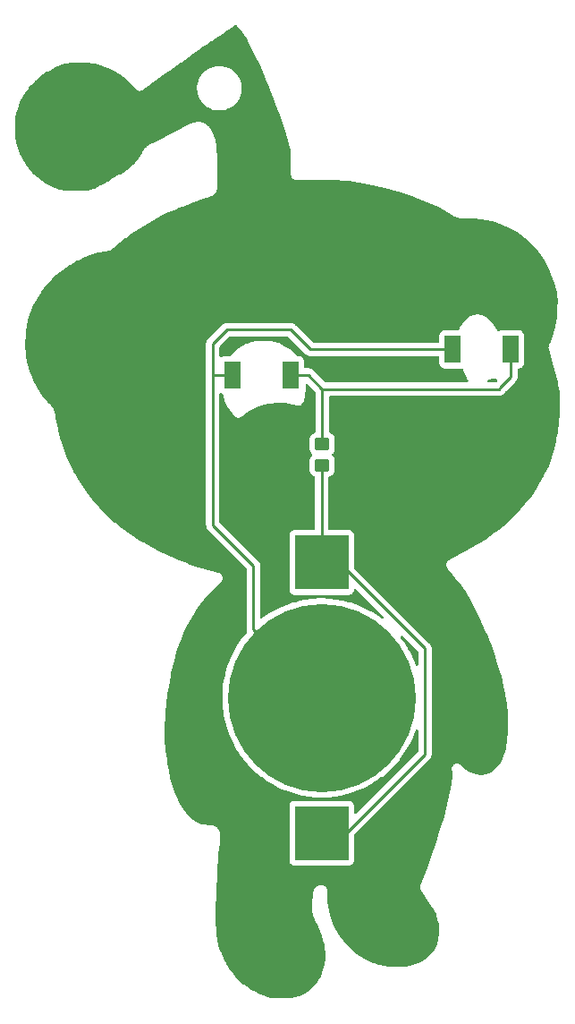
<source format=gbr>
G04 #@! TF.GenerationSoftware,KiCad,Pcbnew,6.0.6-3a73a75311~116~ubuntu21.10.1*
G04 #@! TF.CreationDate,2023-05-20T20:22:18-06:00*
G04 #@! TF.ProjectId,reddit,72656464-6974-42e6-9b69-6361645f7063,rev?*
G04 #@! TF.SameCoordinates,Original*
G04 #@! TF.FileFunction,Copper,L2,Bot*
G04 #@! TF.FilePolarity,Positive*
%FSLAX46Y46*%
G04 Gerber Fmt 4.6, Leading zero omitted, Abs format (unit mm)*
G04 Created by KiCad (PCBNEW 6.0.6-3a73a75311~116~ubuntu21.10.1) date 2023-05-20 20:22:18*
%MOMM*%
%LPD*%
G01*
G04 APERTURE LIST*
G04 Aperture macros list*
%AMRoundRect*
0 Rectangle with rounded corners*
0 $1 Rounding radius*
0 $2 $3 $4 $5 $6 $7 $8 $9 X,Y pos of 4 corners*
0 Add a 4 corners polygon primitive as box body*
4,1,4,$2,$3,$4,$5,$6,$7,$8,$9,$2,$3,0*
0 Add four circle primitives for the rounded corners*
1,1,$1+$1,$2,$3*
1,1,$1+$1,$4,$5*
1,1,$1+$1,$6,$7*
1,1,$1+$1,$8,$9*
0 Add four rect primitives between the rounded corners*
20,1,$1+$1,$2,$3,$4,$5,0*
20,1,$1+$1,$4,$5,$6,$7,0*
20,1,$1+$1,$6,$7,$8,$9,0*
20,1,$1+$1,$8,$9,$2,$3,0*%
G04 Aperture macros list end*
G04 #@! TA.AperFunction,SMDPad,CuDef*
%ADD10R,5.100000X5.100000*%
G04 #@! TD*
G04 #@! TA.AperFunction,SMDPad,CuDef*
%ADD11C,17.800000*%
G04 #@! TD*
G04 #@! TA.AperFunction,SMDPad,CuDef*
%ADD12R,1.500000X2.600000*%
G04 #@! TD*
G04 #@! TA.AperFunction,SMDPad,CuDef*
%ADD13RoundRect,0.250000X0.450000X-0.350000X0.450000X0.350000X-0.450000X0.350000X-0.450000X-0.350000X0*%
G04 #@! TD*
G04 #@! TA.AperFunction,Conductor*
%ADD14C,0.250000*%
G04 #@! TD*
G04 APERTURE END LIST*
D10*
X144780000Y-104040000D03*
X144780000Y-129640000D03*
D11*
X144780000Y-116840000D03*
D12*
X136367200Y-86309200D03*
X141867200Y-86309200D03*
X157192400Y-83870800D03*
X162692400Y-83870800D03*
D13*
X144825000Y-94825000D03*
X144825000Y-92825000D03*
D14*
X134490800Y-86309200D02*
X134475000Y-86325000D01*
X138325000Y-104350000D02*
X138325000Y-110385000D01*
X134475000Y-100500000D02*
X138325000Y-104350000D01*
X141850000Y-82025000D02*
X135800000Y-82025000D01*
X143695800Y-83870800D02*
X141850000Y-82025000D01*
X157192400Y-83870800D02*
X143695800Y-83870800D01*
X134475000Y-83350000D02*
X134475000Y-86325000D01*
X135800000Y-82025000D02*
X134475000Y-83350000D01*
X136367200Y-86309200D02*
X134490800Y-86309200D01*
X138325000Y-110385000D02*
X144780000Y-116840000D01*
X134475000Y-86325000D02*
X134475000Y-100500000D01*
X144780000Y-94870000D02*
X144780000Y-104040000D01*
X154550000Y-112175000D02*
X154550000Y-122175000D01*
X154550000Y-122175000D02*
X147085000Y-129640000D01*
X146415000Y-104040000D02*
X154550000Y-112175000D01*
X144825000Y-87625000D02*
X144825000Y-92825000D01*
X161575000Y-87625000D02*
X144825000Y-87625000D01*
X162692400Y-83870800D02*
X162692400Y-86457600D01*
X141867200Y-86309200D02*
X143509200Y-86309200D01*
X143509200Y-86309200D02*
X144825000Y-87625000D01*
X162692400Y-86457600D02*
X161625000Y-87525000D01*
X161625000Y-87575000D02*
X161575000Y-87625000D01*
X161625000Y-87525000D02*
X161625000Y-87575000D01*
G04 #@! TA.AperFunction,NonConductor*
G36*
X141603527Y-82678502D02*
G01*
X141624501Y-82695405D01*
X143192143Y-84263047D01*
X143199687Y-84271337D01*
X143203800Y-84277818D01*
X143209577Y-84283243D01*
X143253467Y-84324458D01*
X143256309Y-84327213D01*
X143276030Y-84346934D01*
X143279225Y-84349412D01*
X143288247Y-84357118D01*
X143320479Y-84387386D01*
X143327428Y-84391206D01*
X143338232Y-84397146D01*
X143354756Y-84407999D01*
X143370759Y-84420413D01*
X143411343Y-84437976D01*
X143421973Y-84443183D01*
X143460740Y-84464495D01*
X143468417Y-84466466D01*
X143468422Y-84466468D01*
X143480358Y-84469532D01*
X143499066Y-84475937D01*
X143517655Y-84483981D01*
X143525480Y-84485220D01*
X143525482Y-84485221D01*
X143561319Y-84490897D01*
X143572940Y-84493304D01*
X143608089Y-84502328D01*
X143615770Y-84504300D01*
X143636031Y-84504300D01*
X143655740Y-84505851D01*
X143675743Y-84509019D01*
X143683635Y-84508273D01*
X143688862Y-84507779D01*
X143719754Y-84504859D01*
X143731611Y-84504300D01*
X155807900Y-84504300D01*
X155876021Y-84524302D01*
X155922514Y-84577958D01*
X155933900Y-84630300D01*
X155933900Y-85218934D01*
X155940655Y-85281116D01*
X155991785Y-85417505D01*
X156079139Y-85534061D01*
X156195695Y-85621415D01*
X156332084Y-85672545D01*
X156394266Y-85679300D01*
X157990534Y-85679300D01*
X158026699Y-85675371D01*
X158096580Y-85687899D01*
X158148596Y-85736219D01*
X158159463Y-85759674D01*
X158172652Y-85798041D01*
X158191200Y-85852000D01*
X158192602Y-85855004D01*
X158511161Y-86537630D01*
X158546800Y-86614000D01*
X158650718Y-86799957D01*
X158652996Y-86804034D01*
X158668766Y-86873257D01*
X158644608Y-86940017D01*
X158588192Y-86983119D01*
X158543005Y-86991500D01*
X145139595Y-86991500D01*
X145071474Y-86971498D01*
X145050500Y-86954595D01*
X144012852Y-85916947D01*
X144005312Y-85908661D01*
X144001200Y-85902182D01*
X143951548Y-85855556D01*
X143948707Y-85852802D01*
X143928970Y-85833065D01*
X143925773Y-85830585D01*
X143916751Y-85822880D01*
X143890300Y-85798041D01*
X143884521Y-85792614D01*
X143877575Y-85788795D01*
X143877572Y-85788793D01*
X143866766Y-85782852D01*
X143850247Y-85772001D01*
X143849783Y-85771641D01*
X143834241Y-85759586D01*
X143826972Y-85756441D01*
X143826968Y-85756438D01*
X143793663Y-85742026D01*
X143783013Y-85736809D01*
X143744260Y-85715505D01*
X143724637Y-85710467D01*
X143705934Y-85704063D01*
X143694620Y-85699167D01*
X143694619Y-85699167D01*
X143687345Y-85696019D01*
X143679522Y-85694780D01*
X143679512Y-85694777D01*
X143643676Y-85689101D01*
X143632056Y-85686695D01*
X143596911Y-85677672D01*
X143596910Y-85677672D01*
X143589230Y-85675700D01*
X143568976Y-85675700D01*
X143549265Y-85674149D01*
X143544524Y-85673398D01*
X143529257Y-85670980D01*
X143503678Y-85673398D01*
X143485239Y-85675141D01*
X143473381Y-85675700D01*
X143251700Y-85675700D01*
X143183579Y-85655698D01*
X143137086Y-85602042D01*
X143125700Y-85549700D01*
X143125700Y-84961066D01*
X143118945Y-84898884D01*
X143067815Y-84762495D01*
X142980461Y-84645939D01*
X142863905Y-84558585D01*
X142727516Y-84507455D01*
X142665334Y-84500700D01*
X142462052Y-84500700D01*
X142393931Y-84480698D01*
X142358829Y-84446956D01*
X142354191Y-84440330D01*
X142240000Y-84277200D01*
X142234396Y-84272256D01*
X142234394Y-84272253D01*
X141812185Y-83899716D01*
X141812184Y-83899715D01*
X141808200Y-83896200D01*
X141717369Y-83839971D01*
X141276276Y-83566913D01*
X141276257Y-83566902D01*
X141274800Y-83566000D01*
X141273289Y-83565176D01*
X141273279Y-83565170D01*
X140722760Y-83264887D01*
X140722758Y-83264886D01*
X140716000Y-83261200D01*
X140708554Y-83259258D01*
X140708550Y-83259256D01*
X140274657Y-83146067D01*
X140131800Y-83108800D01*
X140127718Y-83108290D01*
X140127714Y-83108289D01*
X139729281Y-83058485D01*
X139729279Y-83058485D01*
X139725400Y-83058000D01*
X139166600Y-83058000D01*
X138866901Y-83086543D01*
X138636126Y-83108521D01*
X138636119Y-83108522D01*
X138633200Y-83108800D01*
X138630329Y-83109347D01*
X138630321Y-83109348D01*
X138104901Y-83209428D01*
X138104897Y-83209429D01*
X138099800Y-83210400D01*
X138094929Y-83212195D01*
X138094924Y-83212196D01*
X137796576Y-83322114D01*
X137617200Y-83388200D01*
X137615483Y-83388951D01*
X137615476Y-83388954D01*
X137216281Y-83563602D01*
X137210800Y-83566000D01*
X136804400Y-83845400D01*
X136801475Y-83848000D01*
X136743295Y-83899716D01*
X136347200Y-84251800D01*
X136198807Y-84434438D01*
X136182787Y-84454155D01*
X136124307Y-84494411D01*
X136084997Y-84500700D01*
X135569066Y-84500700D01*
X135506884Y-84507455D01*
X135370495Y-84558585D01*
X135344646Y-84577958D01*
X135310065Y-84603875D01*
X135243559Y-84628723D01*
X135174176Y-84613670D01*
X135123946Y-84563496D01*
X135108500Y-84503049D01*
X135108500Y-83664595D01*
X135128502Y-83596474D01*
X135145405Y-83575499D01*
X136025501Y-82695404D01*
X136087813Y-82661379D01*
X136114596Y-82658500D01*
X141535406Y-82658500D01*
X141603527Y-82678502D01*
G37*
G04 #@! TD.AperFunction*
G04 #@! TA.AperFunction,NonConductor*
G36*
X161353226Y-86684802D02*
G01*
X161399719Y-86738458D01*
X161409823Y-86808732D01*
X161380329Y-86873312D01*
X161374200Y-86879895D01*
X161299500Y-86954595D01*
X161237188Y-86988621D01*
X161210405Y-86991500D01*
X160605343Y-86991500D01*
X160537222Y-86971498D01*
X160490729Y-86917842D01*
X160480625Y-86847568D01*
X160510119Y-86782988D01*
X160561783Y-86747269D01*
X160567160Y-86745288D01*
X160591061Y-86739064D01*
X161051634Y-86666342D01*
X161071285Y-86664800D01*
X161285105Y-86664800D01*
X161353226Y-86684802D01*
G37*
G04 #@! TD.AperFunction*
G04 #@! TA.AperFunction,NonConductor*
G36*
X143455137Y-87153163D02*
G01*
X143469908Y-87165812D01*
X144154595Y-87850499D01*
X144188621Y-87912811D01*
X144191500Y-87939594D01*
X144191500Y-91645803D01*
X144171498Y-91713924D01*
X144117842Y-91760417D01*
X144105377Y-91765326D01*
X144057998Y-91781133D01*
X144057996Y-91781134D01*
X144051054Y-91783450D01*
X144044830Y-91787301D01*
X144044829Y-91787302D01*
X143923712Y-91862252D01*
X143900652Y-91876522D01*
X143775695Y-92001697D01*
X143682885Y-92152262D01*
X143627203Y-92320139D01*
X143616500Y-92424600D01*
X143616500Y-93225400D01*
X143627474Y-93331166D01*
X143683450Y-93498946D01*
X143776522Y-93649348D01*
X143781704Y-93654521D01*
X143863109Y-93735784D01*
X143897188Y-93798066D01*
X143892185Y-93868886D01*
X143863264Y-93913975D01*
X143787940Y-93989431D01*
X143775695Y-94001697D01*
X143771855Y-94007927D01*
X143771854Y-94007928D01*
X143689632Y-94141317D01*
X143682885Y-94152262D01*
X143627203Y-94320139D01*
X143616500Y-94424600D01*
X143616500Y-95225400D01*
X143627474Y-95331166D01*
X143683450Y-95498946D01*
X143776522Y-95649348D01*
X143901697Y-95774305D01*
X143907927Y-95778145D01*
X143907928Y-95778146D01*
X144045090Y-95862694D01*
X144052262Y-95867115D01*
X144060169Y-95869738D01*
X144060739Y-95870133D01*
X144065844Y-95872513D01*
X144065436Y-95873387D01*
X144118527Y-95910168D01*
X144145764Y-95975732D01*
X144146500Y-95989330D01*
X144146500Y-100855500D01*
X144126498Y-100923621D01*
X144072842Y-100970114D01*
X144020500Y-100981500D01*
X142181866Y-100981500D01*
X142119684Y-100988255D01*
X141983295Y-101039385D01*
X141866739Y-101126739D01*
X141779385Y-101243295D01*
X141728255Y-101379684D01*
X141721500Y-101441866D01*
X141721500Y-106638134D01*
X141728255Y-106700316D01*
X141779385Y-106836705D01*
X141866739Y-106953261D01*
X141983295Y-107040615D01*
X142119684Y-107091745D01*
X142181866Y-107098500D01*
X147378134Y-107098500D01*
X147440316Y-107091745D01*
X147576705Y-107040615D01*
X147693261Y-106953261D01*
X147780615Y-106836705D01*
X147831745Y-106700316D01*
X147837411Y-106648160D01*
X147864653Y-106582598D01*
X147923016Y-106542172D01*
X147993970Y-106539717D01*
X148051769Y-106572673D01*
X150635058Y-109155962D01*
X150669084Y-109218274D01*
X150664019Y-109289089D01*
X150621472Y-109345925D01*
X150554952Y-109370736D01*
X150485578Y-109355645D01*
X150471281Y-109346539D01*
X150113532Y-109083265D01*
X150111888Y-109082055D01*
X149600136Y-108754147D01*
X149246436Y-108558491D01*
X149070073Y-108460932D01*
X149070066Y-108460928D01*
X149068290Y-108459946D01*
X149066454Y-108459080D01*
X149066448Y-108459077D01*
X148520424Y-108201555D01*
X148520415Y-108201551D01*
X148518568Y-108200680D01*
X147995327Y-107994042D01*
X147955157Y-107978178D01*
X147955153Y-107978176D01*
X147953260Y-107977429D01*
X147566835Y-107852990D01*
X147376640Y-107791742D01*
X147376631Y-107791739D01*
X147374723Y-107791125D01*
X147372776Y-107790634D01*
X147372765Y-107790631D01*
X146787359Y-107643043D01*
X146787346Y-107643040D01*
X146785370Y-107642542D01*
X146187657Y-107532302D01*
X146185661Y-107532066D01*
X146185656Y-107532065D01*
X145586072Y-107461100D01*
X145586065Y-107461099D01*
X145584076Y-107460864D01*
X145582074Y-107460757D01*
X145582070Y-107460757D01*
X145337240Y-107447712D01*
X144977142Y-107428525D01*
X144369387Y-107435420D01*
X144367368Y-107435574D01*
X144367358Y-107435574D01*
X144124584Y-107454041D01*
X143763344Y-107481520D01*
X143761339Y-107481804D01*
X143761335Y-107481804D01*
X143163574Y-107566346D01*
X143163568Y-107566347D01*
X143161539Y-107566634D01*
X143159549Y-107567048D01*
X143159537Y-107567050D01*
X142568469Y-107689992D01*
X142568461Y-107689994D01*
X142566480Y-107690406D01*
X142206077Y-107790016D01*
X141982617Y-107851777D01*
X141982607Y-107851780D01*
X141980650Y-107852321D01*
X141664643Y-107962057D01*
X141408400Y-108051039D01*
X141408389Y-108051043D01*
X141406489Y-108051703D01*
X140846392Y-108287722D01*
X140302692Y-108559393D01*
X140300952Y-108560408D01*
X140300946Y-108560411D01*
X139970446Y-108753153D01*
X139777658Y-108865584D01*
X139273478Y-109205018D01*
X139161464Y-109291437D01*
X139095312Y-109317209D01*
X139025726Y-109303126D01*
X138974801Y-109253658D01*
X138958500Y-109191674D01*
X138958500Y-104428767D01*
X138959027Y-104417584D01*
X138960702Y-104410091D01*
X138958562Y-104342014D01*
X138958500Y-104338055D01*
X138958500Y-104310144D01*
X138957995Y-104306144D01*
X138957062Y-104294301D01*
X138956887Y-104288713D01*
X138955673Y-104250110D01*
X138950022Y-104230658D01*
X138946014Y-104211306D01*
X138944467Y-104199063D01*
X138943474Y-104191203D01*
X138937791Y-104176848D01*
X138927200Y-104150097D01*
X138923355Y-104138870D01*
X138921922Y-104133939D01*
X138911018Y-104096407D01*
X138906984Y-104089585D01*
X138906981Y-104089579D01*
X138900706Y-104078968D01*
X138892010Y-104061218D01*
X138887472Y-104049756D01*
X138887469Y-104049751D01*
X138884552Y-104042383D01*
X138858573Y-104006625D01*
X138852057Y-103996707D01*
X138833575Y-103965457D01*
X138829542Y-103958637D01*
X138815218Y-103944313D01*
X138802376Y-103929278D01*
X138790472Y-103912893D01*
X138756406Y-103884711D01*
X138747627Y-103876722D01*
X135145405Y-100274500D01*
X135111379Y-100212188D01*
X135108500Y-100185405D01*
X135108500Y-88115351D01*
X135128502Y-88047230D01*
X135182158Y-88000737D01*
X135252432Y-87990633D01*
X135310065Y-88014525D01*
X135321188Y-88022861D01*
X135363313Y-88054433D01*
X135363316Y-88054435D01*
X135370495Y-88059815D01*
X135378897Y-88062965D01*
X135386774Y-88067277D01*
X135385714Y-88069213D01*
X135432666Y-88104485D01*
X135454152Y-88150258D01*
X135610600Y-88798400D01*
X135839200Y-89281000D01*
X135843775Y-89286719D01*
X135843777Y-89286722D01*
X136345544Y-89913930D01*
X136348762Y-89918130D01*
X136562229Y-90209221D01*
X136626600Y-90297000D01*
X136931400Y-90347800D01*
X137087325Y-90269838D01*
X137229685Y-90198658D01*
X137229688Y-90198656D01*
X137236200Y-90195400D01*
X137243931Y-90188958D01*
X137471414Y-89999388D01*
X137533831Y-89947374D01*
X137548973Y-89936547D01*
X138118070Y-89590140D01*
X138132836Y-89582440D01*
X138151434Y-89574257D01*
X138755724Y-89308370D01*
X138764827Y-89304781D01*
X139261178Y-89131058D01*
X139275454Y-89126988D01*
X139716663Y-89028942D01*
X139734327Y-89026313D01*
X140059305Y-89001315D01*
X140384281Y-88976317D01*
X140387323Y-88976120D01*
X140624355Y-88963644D01*
X140861389Y-88951169D01*
X140875404Y-88951212D01*
X141292779Y-88975763D01*
X141307522Y-88977508D01*
X142011400Y-89103200D01*
X142011977Y-89103291D01*
X142012012Y-89103297D01*
X142492231Y-89179121D01*
X142492242Y-89179122D01*
X142494000Y-89179400D01*
X142495758Y-89179576D01*
X142495775Y-89179578D01*
X142612875Y-89191287D01*
X142748000Y-89204800D01*
X142756048Y-89198093D01*
X142756049Y-89198093D01*
X142822899Y-89142384D01*
X142900400Y-89077800D01*
X143078200Y-88747600D01*
X143230600Y-88265000D01*
X143231372Y-88247256D01*
X143255941Y-87682160D01*
X143255941Y-87682154D01*
X143256000Y-87680800D01*
X143256000Y-87274400D01*
X143255784Y-87271806D01*
X143255783Y-87271786D01*
X143255248Y-87265365D01*
X143269527Y-87195819D01*
X143319138Y-87145033D01*
X143388331Y-87129132D01*
X143455137Y-87153163D01*
G37*
G04 #@! TD.AperFunction*
G04 #@! TA.AperFunction,NonConductor*
G36*
X152465753Y-110989480D02*
G01*
X152482962Y-111003866D01*
X153879595Y-112400499D01*
X153913621Y-112462811D01*
X153916500Y-112489594D01*
X153916500Y-113715617D01*
X153896498Y-113783738D01*
X153842842Y-113830231D01*
X153772568Y-113840335D01*
X153707988Y-113810841D01*
X153672364Y-113759434D01*
X153496422Y-113285073D01*
X153496419Y-113285066D01*
X153495720Y-113283181D01*
X153248023Y-112728149D01*
X153158536Y-112558061D01*
X153062429Y-112375393D01*
X152965025Y-112190258D01*
X152921622Y-112119292D01*
X152648968Y-111673488D01*
X152648964Y-111673482D01*
X152647906Y-111671752D01*
X152297987Y-111174790D01*
X152296709Y-111173203D01*
X152295739Y-111171998D01*
X152295663Y-111171814D01*
X152295488Y-111171582D01*
X152295548Y-111171537D01*
X152268586Y-111106399D01*
X152281208Y-111036534D01*
X152329600Y-110984583D01*
X152398395Y-110967042D01*
X152465753Y-110989480D01*
G37*
G04 #@! TD.AperFunction*
G04 #@! TA.AperFunction,NonConductor*
G36*
X136746579Y-53242534D02*
G01*
X136761569Y-53255026D01*
X136769999Y-53262726D01*
X136874769Y-53367496D01*
X136884900Y-53378936D01*
X137294157Y-53901875D01*
X137302975Y-53914704D01*
X137657057Y-54504841D01*
X137659628Y-54509332D01*
X137954607Y-55050128D01*
X137955988Y-55052732D01*
X138380454Y-55876695D01*
X138381932Y-55879664D01*
X139030862Y-57227438D01*
X139032606Y-57231061D01*
X139034885Y-57236072D01*
X139376736Y-58033724D01*
X139394955Y-58076235D01*
X139395172Y-58076798D01*
X139395346Y-58077469D01*
X139396119Y-58079256D01*
X139396123Y-58079267D01*
X139399025Y-58085977D01*
X139410769Y-58113135D01*
X139424798Y-58145869D01*
X139425157Y-58146457D01*
X139425414Y-58147001D01*
X139581851Y-58508761D01*
X139806049Y-59027216D01*
X139811908Y-59040766D01*
X139813997Y-59045905D01*
X140012064Y-59565834D01*
X140329561Y-60406268D01*
X140443256Y-60707226D01*
X140443363Y-60707512D01*
X140743747Y-61508536D01*
X140745304Y-61512933D01*
X141135466Y-62683417D01*
X141135467Y-62683421D01*
X141425803Y-63554428D01*
X141426420Y-63556331D01*
X141572665Y-64019441D01*
X141574365Y-64025317D01*
X141690051Y-64464923D01*
X141692441Y-64476008D01*
X141694267Y-64486821D01*
X141695805Y-64491434D01*
X141700330Y-64505008D01*
X141702645Y-64512778D01*
X141706735Y-64528321D01*
X141711313Y-64539161D01*
X141714765Y-64548316D01*
X141771995Y-64720003D01*
X141795904Y-64791730D01*
X141799923Y-64806865D01*
X141836254Y-64988519D01*
X141860223Y-65108367D01*
X141862391Y-65124694D01*
X141872065Y-65269808D01*
X141883621Y-65443147D01*
X141883900Y-65451528D01*
X141883900Y-67288142D01*
X141883395Y-67299414D01*
X141882795Y-67306094D01*
X141880732Y-67314833D01*
X141883631Y-67369855D01*
X141883725Y-67371638D01*
X141883900Y-67378268D01*
X141883900Y-67397313D01*
X141884536Y-67401753D01*
X141884536Y-67401757D01*
X141884964Y-67404746D01*
X141886060Y-67415966D01*
X141888396Y-67460289D01*
X141891365Y-67468758D01*
X141891365Y-67468760D01*
X141891968Y-67470480D01*
X141897789Y-67494299D01*
X141899320Y-67504987D01*
X141903037Y-67513162D01*
X141903038Y-67513165D01*
X141917691Y-67545392D01*
X141921898Y-67555864D01*
X141936578Y-67597747D01*
X141941805Y-67605044D01*
X141941807Y-67605047D01*
X141942871Y-67606532D01*
X141955138Y-67627751D01*
X141959608Y-67637582D01*
X141965469Y-67644384D01*
X141988580Y-67671205D01*
X141995544Y-67680059D01*
X142021403Y-67716157D01*
X142028470Y-67721695D01*
X142028471Y-67721696D01*
X142029907Y-67722822D01*
X142047633Y-67739742D01*
X142048822Y-67741122D01*
X142048828Y-67741127D01*
X142054687Y-67747927D01*
X142091937Y-67772071D01*
X142101116Y-67778623D01*
X142136052Y-67806000D01*
X142146078Y-67810006D01*
X142167848Y-67821275D01*
X142176915Y-67827152D01*
X142185517Y-67829724D01*
X142185518Y-67829725D01*
X142219435Y-67839868D01*
X142230091Y-67843582D01*
X142262973Y-67856723D01*
X142262979Y-67856725D01*
X142271308Y-67860053D01*
X142280240Y-67860911D01*
X142280242Y-67860911D01*
X142281725Y-67861053D01*
X142282059Y-67861085D01*
X142306117Y-67865791D01*
X142316466Y-67868886D01*
X142325442Y-67868941D01*
X142325443Y-67868941D01*
X142331522Y-67868978D01*
X142360854Y-67869158D01*
X142372119Y-67869732D01*
X142377865Y-67870284D01*
X142377872Y-67870284D01*
X142382715Y-67870749D01*
X142401091Y-67869668D01*
X142409260Y-67869453D01*
X142412331Y-67869472D01*
X142462121Y-67869776D01*
X142470747Y-67867311D01*
X142479645Y-67866092D01*
X142479694Y-67866447D01*
X142492278Y-67864304D01*
X142845682Y-67843515D01*
X142849019Y-67843364D01*
X143617742Y-67818566D01*
X143621804Y-67818500D01*
X145418559Y-67818500D01*
X145427229Y-67818799D01*
X146138054Y-67867822D01*
X146139528Y-67867933D01*
X146887781Y-67929015D01*
X147371011Y-67968462D01*
X147374673Y-67968815D01*
X148258719Y-68067043D01*
X148267065Y-68068254D01*
X149218079Y-68238948D01*
X149225448Y-68240499D01*
X150767895Y-68613671D01*
X150773396Y-68615134D01*
X152322493Y-69064872D01*
X152327208Y-69066342D01*
X152545633Y-69139150D01*
X153064065Y-69311961D01*
X153069293Y-69313833D01*
X154564258Y-69886903D01*
X154570505Y-69889493D01*
X155794975Y-70436131D01*
X155955834Y-70507943D01*
X155964207Y-70512059D01*
X157246242Y-71202385D01*
X157253285Y-71206476D01*
X157378805Y-71284926D01*
X157383260Y-71288093D01*
X157386686Y-71291760D01*
X157444395Y-71325959D01*
X157446861Y-71327461D01*
X157466259Y-71339585D01*
X157466263Y-71339587D01*
X157470058Y-71341959D01*
X157474149Y-71343768D01*
X157474313Y-71343855D01*
X157478435Y-71346167D01*
X157478783Y-71346338D01*
X157482967Y-71348818D01*
X157497562Y-71354656D01*
X157508124Y-71358881D01*
X157512285Y-71360632D01*
X157569538Y-71385950D01*
X157576908Y-71386928D01*
X157585706Y-71389915D01*
X157639197Y-71411311D01*
X157641389Y-71412211D01*
X157673839Y-71425910D01*
X157678569Y-71427092D01*
X157679075Y-71427261D01*
X157680649Y-71427891D01*
X157684730Y-71428882D01*
X157684754Y-71428889D01*
X157719410Y-71437306D01*
X157720231Y-71437508D01*
X157871604Y-71475351D01*
X157888523Y-71480876D01*
X157906313Y-71488113D01*
X157914629Y-71491496D01*
X157923559Y-71492409D01*
X157986604Y-71498855D01*
X157986709Y-71498866D01*
X158002803Y-71500525D01*
X158059093Y-71506328D01*
X158068061Y-71504680D01*
X158090673Y-71500525D01*
X158106823Y-71498624D01*
X158484282Y-71478757D01*
X158531466Y-71476274D01*
X158538087Y-71476100D01*
X159175547Y-71476100D01*
X159188085Y-71476725D01*
X159897928Y-71547710D01*
X159906104Y-71548799D01*
X160472448Y-71643189D01*
X160481419Y-71645022D01*
X161250953Y-71831575D01*
X161268883Y-71837371D01*
X162427639Y-72310333D01*
X162443677Y-72318250D01*
X163408089Y-72882783D01*
X163422510Y-72892628D01*
X163603322Y-73035374D01*
X164323918Y-73604266D01*
X164334939Y-73614066D01*
X165090638Y-74369766D01*
X165101976Y-74382775D01*
X165555259Y-74981107D01*
X165705318Y-75179185D01*
X165707371Y-75181975D01*
X165805630Y-75319538D01*
X165814120Y-75333191D01*
X166335783Y-76305382D01*
X166342094Y-76319043D01*
X166770646Y-77414231D01*
X166775547Y-77429586D01*
X166814665Y-77586059D01*
X166815354Y-77588960D01*
X167034589Y-78563340D01*
X167036891Y-78577084D01*
X167126081Y-79379787D01*
X167129630Y-79411732D01*
X167130340Y-79429575D01*
X167115277Y-79911589D01*
X167106863Y-80180849D01*
X167106489Y-80187377D01*
X167070244Y-80622323D01*
X167058312Y-80765504D01*
X167057672Y-80771460D01*
X167043770Y-80877114D01*
X166937037Y-81688284D01*
X166934596Y-81701412D01*
X166773037Y-82370730D01*
X166768969Y-82384225D01*
X166495805Y-83135424D01*
X166486227Y-83155852D01*
X166371540Y-83352459D01*
X166363275Y-83363680D01*
X166363363Y-83363740D01*
X166358301Y-83371148D01*
X166352236Y-83377768D01*
X166348274Y-83385823D01*
X166348272Y-83385825D01*
X166329768Y-83423440D01*
X166325542Y-83431313D01*
X166321030Y-83439047D01*
X166321025Y-83439057D01*
X166318771Y-83442921D01*
X166313762Y-83455253D01*
X166310103Y-83463413D01*
X166287940Y-83508466D01*
X166286398Y-83517308D01*
X166283617Y-83525844D01*
X166283514Y-83525810D01*
X166283275Y-83526642D01*
X166283379Y-83526668D01*
X166281213Y-83535384D01*
X166277836Y-83543697D01*
X166276928Y-83552623D01*
X166276928Y-83552624D01*
X166272758Y-83593636D01*
X166271534Y-83602513D01*
X166262910Y-83651957D01*
X166263912Y-83660882D01*
X166263639Y-83669849D01*
X166263530Y-83669846D01*
X166263534Y-83670713D01*
X166263643Y-83670709D01*
X166264010Y-83679673D01*
X166263101Y-83688607D01*
X166272242Y-83737961D01*
X166273557Y-83746811D01*
X166275394Y-83763177D01*
X166278754Y-83775495D01*
X166281082Y-83785685D01*
X166289629Y-83831828D01*
X166293675Y-83839840D01*
X166293719Y-83839971D01*
X166302734Y-83863426D01*
X166666658Y-85197808D01*
X167146033Y-86971498D01*
X167166326Y-87046584D01*
X167168975Y-87058741D01*
X167200197Y-87246070D01*
X167310272Y-87906519D01*
X167311821Y-87920779D01*
X167359285Y-88846329D01*
X167359285Y-88846336D01*
X167359349Y-88857822D01*
X167347183Y-89161958D01*
X167310173Y-90087195D01*
X167309903Y-90091823D01*
X167261285Y-90723860D01*
X167260598Y-90730493D01*
X167123559Y-91781133D01*
X167112978Y-91862252D01*
X167111692Y-91870140D01*
X166893870Y-92983455D01*
X166890343Y-92997276D01*
X166809445Y-93252915D01*
X166283180Y-94915912D01*
X166274612Y-94936466D01*
X165900350Y-95649348D01*
X165785621Y-95867879D01*
X165785315Y-95868413D01*
X165784903Y-95868972D01*
X165783999Y-95870709D01*
X165783992Y-95870720D01*
X165767026Y-95903295D01*
X165766835Y-95903660D01*
X165752912Y-95930182D01*
X165750403Y-95934960D01*
X165750170Y-95935616D01*
X165749915Y-95936149D01*
X165157392Y-97073794D01*
X165145518Y-97092404D01*
X164664018Y-97718354D01*
X164421203Y-98034013D01*
X164419721Y-98035901D01*
X163632679Y-99019704D01*
X163623385Y-99030087D01*
X162396019Y-100257454D01*
X162388691Y-100264224D01*
X161593872Y-100942158D01*
X161562350Y-100969044D01*
X161554930Y-100974906D01*
X161187661Y-101243295D01*
X160281013Y-101905845D01*
X160269636Y-101913253D01*
X158985084Y-102654341D01*
X158982454Y-102655817D01*
X158160836Y-103103972D01*
X158156850Y-103106055D01*
X157114548Y-103627206D01*
X157114019Y-103627426D01*
X157113471Y-103627526D01*
X157112021Y-103628255D01*
X157031796Y-103668582D01*
X157031559Y-103668701D01*
X157016734Y-103676113D01*
X157016522Y-103676260D01*
X157013476Y-103677791D01*
X156987281Y-103696502D01*
X156985799Y-103697545D01*
X156943726Y-103726694D01*
X156927323Y-103738058D01*
X156925356Y-103740489D01*
X156922932Y-103742465D01*
X156818834Y-103816821D01*
X156812842Y-103820847D01*
X156766042Y-103850376D01*
X156735718Y-103884712D01*
X156735671Y-103884765D01*
X156728264Y-103892467D01*
X156695073Y-103924171D01*
X156690581Y-103931948D01*
X156690429Y-103932211D01*
X156675762Y-103952599D01*
X156669622Y-103959551D01*
X156665807Y-103967677D01*
X156665805Y-103967680D01*
X156650127Y-104001075D01*
X156645178Y-104010551D01*
X156622218Y-104050299D01*
X156620090Y-104059020D01*
X156620016Y-104059323D01*
X156611667Y-104082989D01*
X156611533Y-104083274D01*
X156611531Y-104083280D01*
X156607719Y-104091400D01*
X156606339Y-104100263D01*
X156606338Y-104100266D01*
X156600659Y-104136741D01*
X156598568Y-104147222D01*
X156587690Y-104191805D01*
X156588095Y-104200770D01*
X156588095Y-104200772D01*
X156589477Y-104231346D01*
X156588741Y-104251769D01*
X156585433Y-104279864D01*
X156593949Y-104330298D01*
X156594266Y-104337314D01*
X156595809Y-104341824D01*
X156595758Y-104342346D01*
X156595975Y-104342309D01*
X156595979Y-104342320D01*
X156596177Y-104343491D01*
X156596238Y-104343855D01*
X156596723Y-104346968D01*
X156604010Y-104397847D01*
X156605920Y-104411187D01*
X156614255Y-104429517D01*
X156622426Y-104447489D01*
X156627253Y-104459778D01*
X156636528Y-104487601D01*
X156638439Y-104493875D01*
X156653643Y-104548881D01*
X156658367Y-104556514D01*
X156658367Y-104556515D01*
X156676901Y-104586465D01*
X156682432Y-104596375D01*
X156702219Y-104635914D01*
X156743903Y-104680794D01*
X156747199Y-104684489D01*
X156884908Y-104845149D01*
X156887169Y-104847863D01*
X157684115Y-105832325D01*
X157732639Y-105892267D01*
X157737415Y-105898561D01*
X158398017Y-106828297D01*
X158398175Y-106828519D01*
X158403255Y-106836256D01*
X158961143Y-107757984D01*
X158966383Y-107767554D01*
X159788253Y-109436199D01*
X159789857Y-109439581D01*
X160323242Y-110608923D01*
X160443322Y-110872176D01*
X160444488Y-110874812D01*
X160513797Y-111036534D01*
X160664760Y-111388783D01*
X160666817Y-111393888D01*
X160794866Y-111732840D01*
X160948342Y-112139099D01*
X161080037Y-112487704D01*
X161080684Y-112489608D01*
X161081118Y-112491583D01*
X161094374Y-112525670D01*
X161094759Y-112526675D01*
X161105030Y-112553865D01*
X161105035Y-112553875D01*
X161106616Y-112558061D01*
X161107591Y-112559830D01*
X161108393Y-112561719D01*
X161263256Y-112959941D01*
X161266783Y-112970329D01*
X161358032Y-113283181D01*
X161738818Y-114588729D01*
X161786359Y-114751727D01*
X161788486Y-114760072D01*
X162100371Y-116185834D01*
X162136770Y-116352231D01*
X162137735Y-116357098D01*
X162172199Y-116550958D01*
X162331971Y-117449673D01*
X162333732Y-117464926D01*
X162381780Y-118353811D01*
X162381949Y-118358674D01*
X162406598Y-119960879D01*
X162405988Y-119975354D01*
X162239192Y-121643314D01*
X162232934Y-121671852D01*
X162131525Y-121965939D01*
X162013064Y-122309476D01*
X162004187Y-122335218D01*
X162003759Y-122336438D01*
X161904454Y-122614491D01*
X161898334Y-122631627D01*
X161888152Y-122653348D01*
X161874841Y-122675874D01*
X161618853Y-123109085D01*
X161617122Y-123112014D01*
X161604313Y-123129911D01*
X161340908Y-123437217D01*
X161233511Y-123562514D01*
X161211082Y-123583043D01*
X160864200Y-123830817D01*
X160811805Y-123868242D01*
X160781247Y-123884264D01*
X160291686Y-124060505D01*
X160266032Y-124066798D01*
X159834757Y-124125609D01*
X159810334Y-124126547D01*
X159517959Y-124109348D01*
X159487777Y-124103829D01*
X159188175Y-124010203D01*
X159175519Y-124005490D01*
X158692992Y-123795696D01*
X158666870Y-123780369D01*
X158458661Y-123621734D01*
X158216476Y-123437212D01*
X158208092Y-123430230D01*
X157979366Y-123222297D01*
X157968163Y-123210721D01*
X157952920Y-123192807D01*
X157952919Y-123192806D01*
X157947102Y-123185970D01*
X157889924Y-123148404D01*
X157888568Y-123147499D01*
X157872866Y-123136858D01*
X157831992Y-123109160D01*
X157828464Y-123108026D01*
X157825367Y-123105991D01*
X157760035Y-123086011D01*
X157758353Y-123085483D01*
X157700837Y-123066991D01*
X157700834Y-123066990D01*
X157693325Y-123064576D01*
X157689623Y-123064478D01*
X157686077Y-123063393D01*
X157669255Y-123063186D01*
X157617748Y-123062553D01*
X157615946Y-123062518D01*
X157589993Y-123061828D01*
X157547720Y-123060703D01*
X157544139Y-123061648D01*
X157540430Y-123061602D01*
X157474484Y-123080009D01*
X157473040Y-123080401D01*
X157406878Y-123097852D01*
X157403704Y-123099765D01*
X157400135Y-123100761D01*
X157375800Y-123115906D01*
X157342133Y-123136858D01*
X157340598Y-123137798D01*
X157336350Y-123140358D01*
X157282126Y-123173038D01*
X157279616Y-123175765D01*
X157276470Y-123177723D01*
X157271208Y-123183607D01*
X157271206Y-123183609D01*
X157230950Y-123228625D01*
X157229749Y-123229949D01*
X157183489Y-123280215D01*
X157181846Y-123283536D01*
X157179375Y-123286299D01*
X157175974Y-123293428D01*
X157149929Y-123348022D01*
X157149141Y-123349642D01*
X157118899Y-123410769D01*
X157118254Y-123414416D01*
X157116658Y-123417762D01*
X157115395Y-123425558D01*
X157115391Y-123425573D01*
X157105728Y-123485204D01*
X157105428Y-123486980D01*
X157094919Y-123546432D01*
X157094918Y-123546439D01*
X157093546Y-123554203D01*
X157093951Y-123557885D01*
X157093358Y-123561544D01*
X157094333Y-123569375D01*
X157094333Y-123569381D01*
X157101798Y-123629351D01*
X157102008Y-123631139D01*
X157109470Y-123698987D01*
X157112917Y-123707276D01*
X157112917Y-123707278D01*
X157123449Y-123732607D01*
X157128256Y-123746364D01*
X157143841Y-123800911D01*
X157148302Y-123816525D01*
X157153030Y-123845663D01*
X157165275Y-124127268D01*
X157172197Y-124286471D01*
X157170453Y-124313528D01*
X156980720Y-125404501D01*
X156979987Y-125408354D01*
X156670635Y-126907521D01*
X156654938Y-126983591D01*
X156653544Y-126989598D01*
X156294973Y-128379062D01*
X156256162Y-128529454D01*
X156253874Y-128537266D01*
X155845828Y-129779952D01*
X155701397Y-130219809D01*
X155701359Y-130219923D01*
X154993951Y-132367412D01*
X154992477Y-132371633D01*
X154858709Y-132733921D01*
X154392975Y-133995285D01*
X154390344Y-134001837D01*
X154216580Y-134401493D01*
X154146334Y-134563059D01*
X154145836Y-134564187D01*
X154120630Y-134620644D01*
X154115750Y-134631574D01*
X154114538Y-134640470D01*
X154114537Y-134640473D01*
X154111600Y-134662031D01*
X154108259Y-134678373D01*
X154102497Y-134699365D01*
X154100120Y-134708026D01*
X154100485Y-134729972D01*
X154100527Y-134732525D01*
X154099390Y-134751626D01*
X154096083Y-134775897D01*
X154100446Y-134804944D01*
X154100649Y-134806298D01*
X154102029Y-134822918D01*
X154102539Y-134853663D01*
X154105202Y-134862238D01*
X154105202Y-134862239D01*
X154109804Y-134877059D01*
X154114076Y-134895714D01*
X154117714Y-134919940D01*
X154121484Y-134928084D01*
X154121485Y-134928088D01*
X154130629Y-134947841D01*
X154136616Y-134963400D01*
X154145736Y-134992768D01*
X154150698Y-135000250D01*
X154164551Y-135021138D01*
X154164589Y-135021201D01*
X154164729Y-135021504D01*
X154176891Y-135039746D01*
X154226238Y-135114158D01*
X154226709Y-135114556D01*
X154227102Y-135115064D01*
X154996215Y-136268734D01*
X154997503Y-136270705D01*
X155382617Y-136872446D01*
X155389189Y-136884018D01*
X155605752Y-137317143D01*
X155613205Y-137335550D01*
X155744686Y-137751908D01*
X155746769Y-137759275D01*
X155818144Y-138044773D01*
X155856883Y-138199729D01*
X155860171Y-138219374D01*
X155904226Y-138726014D01*
X155904700Y-138736929D01*
X155904700Y-139170076D01*
X155903306Y-139188767D01*
X155837831Y-139625276D01*
X155837640Y-139626548D01*
X155835903Y-139635772D01*
X155813191Y-139735703D01*
X155726220Y-140118377D01*
X155719661Y-140138915D01*
X155635212Y-140341591D01*
X155624892Y-140361265D01*
X155437595Y-140652615D01*
X155433044Y-140659222D01*
X155126020Y-141075899D01*
X155109724Y-141094037D01*
X154886462Y-141298694D01*
X154871216Y-141310649D01*
X154621720Y-141476979D01*
X154500554Y-141557756D01*
X154500550Y-141557759D01*
X154117428Y-141813174D01*
X154099246Y-141823236D01*
X153671897Y-142015544D01*
X153658602Y-142020643D01*
X153384953Y-142108211D01*
X153104178Y-142198059D01*
X153085427Y-142202512D01*
X152668742Y-142268304D01*
X152661629Y-142269221D01*
X152203091Y-142315075D01*
X152190553Y-142315700D01*
X151753378Y-142315700D01*
X151747905Y-142315581D01*
X151218353Y-142292557D01*
X151202240Y-142290813D01*
X150671397Y-142198493D01*
X150666244Y-142197484D01*
X150409691Y-142141712D01*
X150122570Y-142079294D01*
X150111761Y-142076437D01*
X149763168Y-141967501D01*
X149751153Y-141963062D01*
X149429180Y-141825075D01*
X149427695Y-141824427D01*
X149136647Y-141695072D01*
X148800179Y-141545530D01*
X148779635Y-141533987D01*
X148770356Y-141527563D01*
X148505534Y-141344225D01*
X148502787Y-141342268D01*
X148143085Y-141078486D01*
X148137498Y-141074142D01*
X148041834Y-140995360D01*
X147735666Y-140743222D01*
X147729416Y-140737718D01*
X147725838Y-140734350D01*
X147329953Y-140361753D01*
X147323431Y-140355145D01*
X147106395Y-140118377D01*
X147074245Y-140083304D01*
X147068740Y-140076878D01*
X146830991Y-139779692D01*
X146800333Y-139741370D01*
X146795904Y-139735129D01*
X146795890Y-139735139D01*
X146792993Y-139731222D01*
X146790413Y-139727104D01*
X146772635Y-139706590D01*
X146769467Y-139702785D01*
X146757268Y-139687537D01*
X146757260Y-139687528D01*
X146754462Y-139684031D01*
X146751198Y-139680967D01*
X146749724Y-139679372D01*
X146742811Y-139672179D01*
X146512819Y-139406804D01*
X146463356Y-139349731D01*
X146452789Y-139335662D01*
X146430670Y-139301477D01*
X146209109Y-138959063D01*
X146204751Y-138951805D01*
X145967797Y-138525289D01*
X145965243Y-138520447D01*
X145790841Y-138171642D01*
X145783336Y-138153071D01*
X145529818Y-137346423D01*
X145526337Y-137332695D01*
X145364246Y-136499082D01*
X145362060Y-136480753D01*
X145343224Y-136066359D01*
X145339017Y-135973805D01*
X145338940Y-135971738D01*
X145332391Y-135742496D01*
X145314040Y-135100213D01*
X145313991Y-135095864D01*
X145314029Y-135089728D01*
X145314376Y-135032879D01*
X145303748Y-134995694D01*
X145300736Y-134982511D01*
X145294161Y-134944390D01*
X145290211Y-134936322D01*
X145286882Y-134929522D01*
X145278897Y-134908740D01*
X145276817Y-134901461D01*
X145276814Y-134901454D01*
X145274349Y-134892829D01*
X145269561Y-134885241D01*
X145269560Y-134885238D01*
X145253722Y-134860137D01*
X145247118Y-134848306D01*
X145234059Y-134821633D01*
X145234058Y-134821631D01*
X145230111Y-134813570D01*
X145218950Y-134801341D01*
X145205458Y-134783643D01*
X145201412Y-134777231D01*
X145196624Y-134769642D01*
X145167645Y-134744048D01*
X145157990Y-134734550D01*
X145156142Y-134732525D01*
X145131919Y-134705986D01*
X145117775Y-134697382D01*
X145099853Y-134684177D01*
X145087449Y-134673222D01*
X145052452Y-134656790D01*
X145040523Y-134650385D01*
X145015148Y-134634949D01*
X145015144Y-134634947D01*
X145007478Y-134630284D01*
X144991485Y-134625995D01*
X144970584Y-134618354D01*
X144955600Y-134611319D01*
X144917393Y-134605370D01*
X144904143Y-134602569D01*
X144875463Y-134594877D01*
X144875453Y-134594876D01*
X144866792Y-134592553D01*
X144857824Y-134592754D01*
X144857821Y-134592754D01*
X144799325Y-134594068D01*
X144796496Y-134594100D01*
X144665175Y-134594100D01*
X144650442Y-134593236D01*
X144623646Y-134590081D01*
X144614736Y-134589032D01*
X144550718Y-134599843D01*
X144547671Y-134600318D01*
X144514537Y-134605063D01*
X144492301Y-134608247D01*
X144492300Y-134608247D01*
X144483413Y-134609520D01*
X144475242Y-134613235D01*
X144475239Y-134613236D01*
X144458947Y-134620644D01*
X144447070Y-134624520D01*
X144447223Y-134624945D01*
X144384549Y-134647570D01*
X144381613Y-134648589D01*
X144360215Y-134655722D01*
X144360212Y-134655723D01*
X144355959Y-134657141D01*
X144351948Y-134659148D01*
X144351072Y-134659511D01*
X144345622Y-134661622D01*
X144318670Y-134671352D01*
X144318664Y-134671355D01*
X144310219Y-134674404D01*
X144302970Y-134679700D01*
X144302968Y-134679701D01*
X144294282Y-134686047D01*
X144276346Y-134696981D01*
X144266717Y-134701800D01*
X144266714Y-134701802D01*
X144258687Y-134705819D01*
X144252111Y-134711926D01*
X144252109Y-134711928D01*
X144232682Y-134729972D01*
X144227418Y-134734314D01*
X144227479Y-134734385D01*
X144223780Y-134737553D01*
X144219848Y-134740425D01*
X144216406Y-134743867D01*
X144215390Y-134744737D01*
X144212375Y-134747417D01*
X144207848Y-134750043D01*
X144185931Y-134773070D01*
X144180446Y-134778488D01*
X144151961Y-134804944D01*
X144148046Y-134811507D01*
X144146662Y-134813045D01*
X144146724Y-134813099D01*
X144143791Y-134816482D01*
X144140618Y-134819655D01*
X144137930Y-134823242D01*
X144137311Y-134823956D01*
X144133378Y-134828286D01*
X144113616Y-134849048D01*
X144113614Y-134849050D01*
X144107427Y-134855551D01*
X144103312Y-134863528D01*
X144103309Y-134863533D01*
X144098378Y-134873093D01*
X144087225Y-134890895D01*
X144080767Y-134899512D01*
X144080766Y-134899515D01*
X144075384Y-134906695D01*
X144062924Y-134939933D01*
X144060159Y-134946168D01*
X144060245Y-134946204D01*
X144058354Y-134950689D01*
X144056122Y-134955017D01*
X144047637Y-134980473D01*
X144046114Y-134984776D01*
X144034712Y-135015191D01*
X144032973Y-135019576D01*
X144031307Y-135023556D01*
X144026703Y-135031261D01*
X144024446Y-135039950D01*
X144013638Y-135081559D01*
X144011219Y-135089726D01*
X144006648Y-135103437D01*
X144004702Y-135114158D01*
X144004457Y-135115510D01*
X144002440Y-135124668D01*
X143998565Y-135139585D01*
X143998081Y-135144426D01*
X143997195Y-135153286D01*
X143995795Y-135163246D01*
X143987227Y-135210462D01*
X143988168Y-135219396D01*
X143988062Y-135222252D01*
X143988121Y-135244031D01*
X143970000Y-135425234D01*
X143969652Y-135428324D01*
X143930381Y-135742496D01*
X143897856Y-136002693D01*
X143896066Y-136013306D01*
X143893480Y-136025440D01*
X143893210Y-136030306D01*
X143892495Y-136043174D01*
X143891716Y-136051815D01*
X143889898Y-136066359D01*
X143889978Y-136070842D01*
X143889978Y-136070847D01*
X143890134Y-136079560D01*
X143889960Y-136088802D01*
X143866588Y-136509509D01*
X143866251Y-136514073D01*
X143863619Y-136542583D01*
X143863922Y-136547436D01*
X143863914Y-136547993D01*
X143864074Y-136552074D01*
X143864107Y-136554170D01*
X143863858Y-136558650D01*
X143864247Y-136563123D01*
X143866444Y-136588386D01*
X143866673Y-136591437D01*
X143889923Y-136963434D01*
X143890691Y-136975727D01*
X143890894Y-136980377D01*
X143891616Y-137008788D01*
X143892488Y-137013586D01*
X143892548Y-137014164D01*
X143893154Y-137018002D01*
X143893489Y-137020495D01*
X143893768Y-137024961D01*
X143894678Y-137029345D01*
X143894679Y-137029353D01*
X143899804Y-137054044D01*
X143900402Y-137057112D01*
X143937282Y-137259956D01*
X143938292Y-137273788D01*
X143938411Y-137273775D01*
X143939380Y-137282701D01*
X143939075Y-137291669D01*
X143941299Y-137300362D01*
X143941299Y-137300365D01*
X143951714Y-137341081D01*
X143953613Y-137349772D01*
X143955230Y-137358669D01*
X143955232Y-137358678D01*
X143956034Y-137363088D01*
X143960213Y-137375610D01*
X143962760Y-137384265D01*
X143966810Y-137400097D01*
X143971874Y-137411914D01*
X143975572Y-137421637D01*
X143990466Y-137466266D01*
X143995586Y-137473645D01*
X143995750Y-137473972D01*
X144007788Y-137495711D01*
X144119657Y-137756740D01*
X144121258Y-137760804D01*
X144122232Y-137764346D01*
X144136192Y-137795367D01*
X144137031Y-137797278D01*
X144149198Y-137825668D01*
X144151107Y-137828801D01*
X144153053Y-137832837D01*
X144166949Y-137863717D01*
X144366101Y-138306279D01*
X144366479Y-138307126D01*
X144730662Y-139132608D01*
X144736068Y-139147261D01*
X144789528Y-139325460D01*
X144791094Y-139331163D01*
X144792258Y-139335829D01*
X144793067Y-139340621D01*
X144794605Y-139345234D01*
X144794605Y-139345235D01*
X144802563Y-139369108D01*
X144803715Y-139372748D01*
X144811437Y-139398490D01*
X144813318Y-139402552D01*
X144814912Y-139406754D01*
X144814781Y-139406804D01*
X144816952Y-139412277D01*
X144926455Y-139740782D01*
X144928667Y-139748162D01*
X145016760Y-140078513D01*
X145019472Y-140091327D01*
X145087704Y-140523460D01*
X145088621Y-140530573D01*
X145134475Y-140989109D01*
X145135100Y-141001647D01*
X145135100Y-141524056D01*
X145134532Y-141536002D01*
X145091585Y-141986949D01*
X145087899Y-142007469D01*
X145000283Y-142336028D01*
X145000097Y-142336715D01*
X144930827Y-142590703D01*
X144927926Y-142599928D01*
X144818671Y-142905842D01*
X144814417Y-142916259D01*
X144745102Y-143066444D01*
X144684540Y-143197661D01*
X144679965Y-143206616D01*
X144484220Y-143554606D01*
X144475210Y-143568419D01*
X144353739Y-143730381D01*
X144351328Y-143733493D01*
X144166829Y-143964116D01*
X144161672Y-143970161D01*
X143943857Y-144209756D01*
X143934335Y-144219173D01*
X143736747Y-144394807D01*
X143734426Y-144396820D01*
X143452426Y-144635436D01*
X143434527Y-144648083D01*
X143187978Y-144791903D01*
X143183839Y-144794212D01*
X142924364Y-144932599D01*
X142860704Y-144966551D01*
X142841254Y-144974909D01*
X142602482Y-145054499D01*
X142596361Y-145056368D01*
X142190915Y-145168993D01*
X142176351Y-145172125D01*
X141901348Y-145214433D01*
X141894161Y-145215326D01*
X141412100Y-145261237D01*
X141409002Y-145261532D01*
X141397056Y-145262100D01*
X140372198Y-145262100D01*
X140357476Y-145261237D01*
X140007906Y-145220111D01*
X139990163Y-145216720D01*
X139671954Y-145131865D01*
X139664584Y-145129656D01*
X139315681Y-145013354D01*
X139310295Y-145011422D01*
X138711082Y-144780955D01*
X138692825Y-144772189D01*
X138395804Y-144598927D01*
X138147767Y-144454239D01*
X138139879Y-144449236D01*
X138063638Y-144396820D01*
X137782170Y-144203311D01*
X137772796Y-144196071D01*
X137771582Y-144195175D01*
X137767897Y-144191988D01*
X137746065Y-144178343D01*
X137741465Y-144175326D01*
X137726488Y-144165029D01*
X137726478Y-144165023D01*
X137722792Y-144162489D01*
X137718260Y-144160243D01*
X137707430Y-144154196D01*
X137412973Y-143970161D01*
X137364584Y-143939918D01*
X137350706Y-143929871D01*
X137088407Y-143711287D01*
X137084787Y-143708150D01*
X136861606Y-143507288D01*
X136853323Y-143499110D01*
X136602387Y-143227262D01*
X136590137Y-143211693D01*
X136483156Y-143051222D01*
X136476764Y-143040524D01*
X136475251Y-143037681D01*
X136472968Y-143033391D01*
X136470057Y-143029509D01*
X136470049Y-143029497D01*
X136459771Y-143015793D01*
X136455737Y-143010091D01*
X136447732Y-142998085D01*
X136447728Y-142998080D01*
X136445244Y-142994354D01*
X136439318Y-142987735D01*
X136432392Y-142979289D01*
X136231162Y-142710983D01*
X136227124Y-142705275D01*
X136040642Y-142425551D01*
X136037967Y-142421362D01*
X135828198Y-142078105D01*
X135768492Y-141980404D01*
X135767176Y-141978200D01*
X135602931Y-141696635D01*
X135599069Y-141689497D01*
X135386060Y-141263480D01*
X135383618Y-141258304D01*
X135198716Y-140842275D01*
X135194322Y-140830947D01*
X135162123Y-140734350D01*
X134987895Y-140211667D01*
X134983877Y-140196538D01*
X134972353Y-140138915D01*
X134892726Y-139740782D01*
X134869625Y-139625276D01*
X134868041Y-139615287D01*
X134835226Y-139336361D01*
X134822244Y-139226013D01*
X134821627Y-139219166D01*
X134819147Y-139179474D01*
X134773145Y-138443447D01*
X134772900Y-138435587D01*
X134772900Y-137910751D01*
X134773044Y-137904725D01*
X134773238Y-137900675D01*
X134773845Y-137895847D01*
X134772954Y-137865553D01*
X134772900Y-137861849D01*
X134772900Y-137834687D01*
X134772266Y-137830255D01*
X134771947Y-137825780D01*
X134772106Y-137825769D01*
X134771617Y-137820075D01*
X134747991Y-137016793D01*
X134748074Y-137007208D01*
X134999882Y-131618505D01*
X135000628Y-131609491D01*
X135123657Y-130576047D01*
X135124239Y-130571783D01*
X135162515Y-130322991D01*
X135165637Y-130311465D01*
X135165109Y-130311339D01*
X135167192Y-130302611D01*
X135170493Y-130294262D01*
X135175483Y-130240206D01*
X135176411Y-130232665D01*
X135178257Y-130220667D01*
X135178257Y-130220665D01*
X135178939Y-130216233D01*
X135179043Y-130206211D01*
X135179570Y-130195941D01*
X135180334Y-130187666D01*
X135180334Y-130187659D01*
X135180781Y-130182818D01*
X135179786Y-130166895D01*
X135179548Y-130157725D01*
X135179978Y-130116441D01*
X135179978Y-130116438D01*
X135180071Y-130107466D01*
X135177642Y-130098826D01*
X135176461Y-130089925D01*
X135176489Y-130089921D01*
X135174093Y-130075818D01*
X135153424Y-129745100D01*
X135153295Y-129742650D01*
X135152003Y-129712575D01*
X135152002Y-129712570D01*
X135151794Y-129707720D01*
X135150841Y-129702955D01*
X135150753Y-129702225D01*
X135150738Y-129702137D01*
X135150632Y-129700439D01*
X135142644Y-129661952D01*
X135142462Y-129661059D01*
X135132546Y-129611483D01*
X135131574Y-129604614D01*
X135131926Y-129598600D01*
X135117316Y-129535071D01*
X135116560Y-129531553D01*
X135112344Y-129510469D01*
X135112342Y-129510463D01*
X135111464Y-129506071D01*
X135109970Y-129501844D01*
X135108881Y-129497885D01*
X135108119Y-129494863D01*
X135107934Y-129494272D01*
X135106843Y-129489528D01*
X135097312Y-129465700D01*
X135095498Y-129460883D01*
X135078219Y-129411979D01*
X135078218Y-129411977D01*
X135075227Y-129403512D01*
X135070317Y-129396694D01*
X135065662Y-129386575D01*
X135045776Y-129336862D01*
X135044258Y-129332870D01*
X135025845Y-129281863D01*
X135025843Y-129281859D01*
X135022796Y-129273419D01*
X135000097Y-129242348D01*
X134992684Y-129230955D01*
X134973464Y-129197600D01*
X134924495Y-129150725D01*
X134922574Y-129148846D01*
X134883200Y-129109473D01*
X134871992Y-129096634D01*
X134859213Y-129079822D01*
X134859212Y-129079821D01*
X134853780Y-129072675D01*
X134846561Y-129067341D01*
X134846559Y-129067339D01*
X134796985Y-129030710D01*
X134796383Y-129030263D01*
X134739705Y-128987784D01*
X134738048Y-128987163D01*
X134736631Y-128986116D01*
X134728660Y-128983190D01*
X134728659Y-128983189D01*
X134670427Y-128961810D01*
X134669623Y-128961512D01*
X134655190Y-128956102D01*
X134603316Y-128936655D01*
X134594368Y-128935990D01*
X134591606Y-128935785D01*
X134569381Y-128934133D01*
X134554024Y-128932035D01*
X134487370Y-128918704D01*
X134479105Y-128916758D01*
X134461526Y-128911985D01*
X134456685Y-128911447D01*
X134456680Y-128911446D01*
X134449524Y-128910651D01*
X134438738Y-128908977D01*
X134429921Y-128907214D01*
X134410878Y-128906162D01*
X134403933Y-128905585D01*
X134203419Y-128883306D01*
X134199522Y-128882812D01*
X134019902Y-128857152D01*
X133706410Y-128812367D01*
X133694585Y-128810096D01*
X133685706Y-128807946D01*
X133664811Y-128806205D01*
X133657455Y-128805373D01*
X133644218Y-128803482D01*
X133644206Y-128803481D01*
X133639767Y-128802847D01*
X133635287Y-128802848D01*
X133635280Y-128802848D01*
X133629843Y-128802850D01*
X133619341Y-128802415D01*
X133417224Y-128785572D01*
X133387844Y-128779541D01*
X133197981Y-128716254D01*
X133181476Y-128709418D01*
X132862379Y-128549870D01*
X132844618Y-128539073D01*
X132624604Y-128379062D01*
X132618051Y-128373957D01*
X132351438Y-128151779D01*
X132343006Y-128144078D01*
X132108820Y-127909892D01*
X132099526Y-127899509D01*
X131922072Y-127677694D01*
X131920590Y-127675805D01*
X131685594Y-127370309D01*
X131679821Y-127362155D01*
X131375324Y-126893697D01*
X131370835Y-126886238D01*
X131279236Y-126721358D01*
X131144830Y-126479428D01*
X131138667Y-126466700D01*
X130904953Y-125905787D01*
X130902515Y-125899461D01*
X130632864Y-125139537D01*
X130631346Y-125134984D01*
X130395198Y-124379312D01*
X130390927Y-124360888D01*
X130302486Y-123786020D01*
X130301653Y-123779448D01*
X130301545Y-123774607D01*
X130295922Y-123743119D01*
X130295426Y-123740133D01*
X130291716Y-123716016D01*
X130291715Y-123716013D01*
X130291035Y-123711591D01*
X130289735Y-123707314D01*
X130289435Y-123705994D01*
X130288255Y-123700183D01*
X130169831Y-123037008D01*
X130169039Y-123031992D01*
X130119720Y-122672669D01*
X129996856Y-121777513D01*
X129995824Y-121766259D01*
X129947036Y-120717314D01*
X129946900Y-120711460D01*
X129946900Y-119691514D01*
X129946929Y-119688834D01*
X129971703Y-118524499D01*
X129972216Y-118515508D01*
X129995437Y-118265888D01*
X130071190Y-117451536D01*
X130071419Y-117449293D01*
X130170478Y-116557758D01*
X130171421Y-116550958D01*
X130190445Y-116436819D01*
X130295477Y-115806624D01*
X130473908Y-114755863D01*
X130519577Y-114486925D01*
X130521715Y-114476849D01*
X130818355Y-113315010D01*
X130819076Y-113312311D01*
X131114595Y-112253365D01*
X131117981Y-112242992D01*
X131412156Y-111458527D01*
X131412531Y-111457538D01*
X131779557Y-110503270D01*
X131785495Y-110490131D01*
X132330234Y-109448022D01*
X132344209Y-109421287D01*
X132347826Y-109414836D01*
X132406403Y-109317209D01*
X132743579Y-108755250D01*
X132853270Y-108572432D01*
X132861225Y-108560720D01*
X133491087Y-107737052D01*
X133494697Y-107732549D01*
X133634066Y-107566634D01*
X134007873Y-107121625D01*
X134012332Y-107116596D01*
X134080463Y-107043767D01*
X134521164Y-106572673D01*
X134724566Y-106355244D01*
X134729798Y-106349972D01*
X135217373Y-105886776D01*
X135219616Y-105884697D01*
X135269083Y-105839971D01*
X135273781Y-105832328D01*
X135273784Y-105832325D01*
X135287664Y-105809745D01*
X135296149Y-105797605D01*
X135312576Y-105776819D01*
X135318144Y-105769774D01*
X135325548Y-105751465D01*
X135335020Y-105732713D01*
X135340665Y-105723530D01*
X135345365Y-105715885D01*
X135347730Y-105707230D01*
X135347731Y-105707227D01*
X135354715Y-105681663D01*
X135359451Y-105667630D01*
X135369385Y-105643067D01*
X135369385Y-105643066D01*
X135372752Y-105634741D01*
X135374720Y-105615089D01*
X135378547Y-105594439D01*
X135381390Y-105584033D01*
X135381390Y-105584032D01*
X135383755Y-105575377D01*
X135383124Y-105539903D01*
X135383731Y-105525106D01*
X135383803Y-105524386D01*
X135387266Y-105489808D01*
X135383639Y-105470388D01*
X135381516Y-105449492D01*
X135381165Y-105429743D01*
X135378494Y-105421176D01*
X135370605Y-105395876D01*
X135367035Y-105381505D01*
X135366505Y-105378670D01*
X135360520Y-105346627D01*
X135351587Y-105329004D01*
X135343686Y-105309548D01*
X135340477Y-105299258D01*
X135337805Y-105290688D01*
X135318160Y-105261140D01*
X135310706Y-105248359D01*
X135298720Y-105224714D01*
X135298718Y-105224711D01*
X135294661Y-105216708D01*
X135281148Y-105202309D01*
X135268098Y-105185845D01*
X135257160Y-105169393D01*
X135230003Y-105146540D01*
X135219271Y-105136372D01*
X135194987Y-105110496D01*
X135187261Y-105105941D01*
X135187255Y-105105937D01*
X135177968Y-105100463D01*
X135160826Y-105088326D01*
X135152581Y-105081388D01*
X135145713Y-105075608D01*
X135113243Y-105061299D01*
X135100067Y-105054542D01*
X135077245Y-105041089D01*
X135077246Y-105041089D01*
X135069508Y-105036528D01*
X135060805Y-105034323D01*
X135060803Y-105034322D01*
X134999634Y-105018823D01*
X134998116Y-105018429D01*
X134422058Y-104864813D01*
X133445741Y-104604461D01*
X133445736Y-104604460D01*
X133118749Y-104517264D01*
X133111378Y-104515054D01*
X132762481Y-104398754D01*
X132757095Y-104396822D01*
X132146325Y-104161911D01*
X132144773Y-104161251D01*
X132143238Y-104160386D01*
X132108637Y-104147410D01*
X132107651Y-104147035D01*
X132101242Y-104144570D01*
X132076062Y-104134886D01*
X132074341Y-104134492D01*
X132072727Y-104133944D01*
X131514202Y-103924498D01*
X131507269Y-103921660D01*
X131362019Y-103857104D01*
X131068597Y-103726694D01*
X131068065Y-103726456D01*
X130596514Y-103514257D01*
X130590572Y-103511143D01*
X130590515Y-103511257D01*
X130586170Y-103509074D01*
X130581999Y-103506558D01*
X130555423Y-103495686D01*
X130551489Y-103493997D01*
X130528173Y-103483504D01*
X130523866Y-103482263D01*
X130519654Y-103480717D01*
X130519671Y-103480670D01*
X130513327Y-103478465D01*
X130013730Y-103274084D01*
X130003155Y-103269175D01*
X129555817Y-103035782D01*
X129479984Y-102996217D01*
X129479782Y-102996102D01*
X129479544Y-102995926D01*
X129444546Y-102977727D01*
X129412643Y-102961082D01*
X129412372Y-102960986D01*
X129412141Y-102960876D01*
X128820564Y-102653256D01*
X128816181Y-102650866D01*
X127972395Y-102168703D01*
X127967213Y-102165574D01*
X127963938Y-102163488D01*
X127960048Y-102160565D01*
X127933240Y-102146267D01*
X127930023Y-102144490D01*
X127910283Y-102133210D01*
X127910272Y-102133205D01*
X127906384Y-102130983D01*
X127902215Y-102129333D01*
X127898176Y-102127392D01*
X127898248Y-102127242D01*
X127893106Y-102124863D01*
X127569699Y-101952380D01*
X127559797Y-101946502D01*
X125837193Y-100814505D01*
X125825347Y-100805685D01*
X125248623Y-100321237D01*
X125247543Y-100320264D01*
X125246522Y-100319111D01*
X125217726Y-100295279D01*
X125217107Y-100294763D01*
X125193985Y-100275341D01*
X125193983Y-100275339D01*
X125190905Y-100272754D01*
X125189597Y-100271940D01*
X125188453Y-100271054D01*
X124509029Y-99708772D01*
X124497899Y-99698364D01*
X124279973Y-99468331D01*
X124074847Y-99251809D01*
X124071877Y-99248561D01*
X123700740Y-98827939D01*
X123699842Y-98826910D01*
X123076548Y-98103890D01*
X123072927Y-98099490D01*
X122532011Y-97411051D01*
X122528557Y-97406442D01*
X122169537Y-96903815D01*
X122164438Y-96896092D01*
X121840967Y-96364675D01*
X121839253Y-96361651D01*
X121838016Y-96358787D01*
X121819419Y-96329250D01*
X121818469Y-96327716D01*
X121804308Y-96304450D01*
X121804305Y-96304445D01*
X121801975Y-96300618D01*
X121799997Y-96298216D01*
X121798015Y-96295255D01*
X121399243Y-95661912D01*
X121394011Y-95652777D01*
X121174067Y-95228598D01*
X121061006Y-95010551D01*
X121057170Y-95002463D01*
X120765785Y-94326978D01*
X120519913Y-93757003D01*
X120515501Y-93745179D01*
X120483141Y-93643120D01*
X120206876Y-92771823D01*
X120205206Y-92766087D01*
X120204122Y-92762002D01*
X120203238Y-92757206D01*
X120193255Y-92728683D01*
X120192089Y-92725189D01*
X120183882Y-92699304D01*
X120181936Y-92695268D01*
X120180280Y-92691099D01*
X120180425Y-92691041D01*
X120178217Y-92685717D01*
X120124268Y-92531575D01*
X120019431Y-92232042D01*
X120016894Y-92223925D01*
X119825449Y-91529937D01*
X119823359Y-91521141D01*
X119702487Y-90916786D01*
X119701872Y-90913483D01*
X119581456Y-90215065D01*
X119579994Y-90203308D01*
X119579256Y-90193695D01*
X119574572Y-90173786D01*
X119573057Y-90166346D01*
X119570866Y-90153641D01*
X119570864Y-90153632D01*
X119570103Y-90149220D01*
X119566888Y-90139287D01*
X119564116Y-90129352D01*
X119533537Y-89999388D01*
X119484914Y-89792739D01*
X119484184Y-89788477D01*
X119484325Y-89784331D01*
X119467276Y-89717676D01*
X119466702Y-89715337D01*
X119461249Y-89692161D01*
X119461246Y-89692152D01*
X119460220Y-89687791D01*
X119458864Y-89684328D01*
X119457888Y-89680888D01*
X119457796Y-89680616D01*
X119456590Y-89675903D01*
X119445425Y-89649854D01*
X119443932Y-89646211D01*
X119423822Y-89594869D01*
X119423821Y-89594868D01*
X119420548Y-89586511D01*
X119416514Y-89581291D01*
X119413028Y-89574257D01*
X119383561Y-89505500D01*
X119377473Y-89487748D01*
X119373240Y-89471564D01*
X119370968Y-89462876D01*
X119351604Y-89430591D01*
X119350963Y-89429441D01*
X119350402Y-89428131D01*
X119332850Y-89399318D01*
X119332402Y-89398577D01*
X119315369Y-89370179D01*
X119315368Y-89370178D01*
X119313401Y-89366898D01*
X119312482Y-89365795D01*
X119311770Y-89364713D01*
X119293814Y-89335238D01*
X119287181Y-89329192D01*
X119287178Y-89329188D01*
X119271924Y-89315283D01*
X119260013Y-89302831D01*
X119174404Y-89200102D01*
X119169464Y-89193774D01*
X119157975Y-89178047D01*
X119150316Y-89170388D01*
X119142625Y-89161968D01*
X119137665Y-89156016D01*
X119122549Y-89142384D01*
X119117838Y-89137910D01*
X118992501Y-89012574D01*
X118986771Y-89006449D01*
X118848245Y-88848133D01*
X118846246Y-88845698D01*
X118844665Y-88843276D01*
X118830388Y-88827413D01*
X118821109Y-88817103D01*
X118819939Y-88815784D01*
X118801797Y-88795050D01*
X118801794Y-88795048D01*
X118798841Y-88791672D01*
X118796654Y-88789793D01*
X118794438Y-88787468D01*
X118603758Y-88575601D01*
X118598337Y-88569158D01*
X118336444Y-88235840D01*
X118334720Y-88233594D01*
X118048826Y-87852401D01*
X118043325Y-87844447D01*
X117894118Y-87609979D01*
X117888408Y-87600036D01*
X117720656Y-87274400D01*
X117482752Y-86812586D01*
X117478078Y-86802429D01*
X117454800Y-86745290D01*
X117275399Y-86304943D01*
X133836780Y-86304943D01*
X133837526Y-86312835D01*
X133840941Y-86348961D01*
X133841500Y-86360819D01*
X133841500Y-100421233D01*
X133840973Y-100432416D01*
X133839298Y-100439909D01*
X133839547Y-100447835D01*
X133839547Y-100447836D01*
X133841438Y-100507986D01*
X133841500Y-100511945D01*
X133841500Y-100539856D01*
X133841997Y-100543790D01*
X133841997Y-100543791D01*
X133842005Y-100543856D01*
X133842938Y-100555693D01*
X133844327Y-100599889D01*
X133849978Y-100619339D01*
X133853987Y-100638700D01*
X133856526Y-100658797D01*
X133859445Y-100666168D01*
X133859445Y-100666170D01*
X133872804Y-100699912D01*
X133876649Y-100711142D01*
X133888982Y-100753593D01*
X133893015Y-100760412D01*
X133893017Y-100760417D01*
X133899293Y-100771028D01*
X133907988Y-100788776D01*
X133915448Y-100807617D01*
X133920110Y-100814033D01*
X133920110Y-100814034D01*
X133941436Y-100843387D01*
X133947952Y-100853307D01*
X133970458Y-100891362D01*
X133984779Y-100905683D01*
X133997619Y-100920716D01*
X134009528Y-100937107D01*
X134015634Y-100942158D01*
X134043605Y-100965298D01*
X134052384Y-100973288D01*
X137654595Y-104575499D01*
X137688621Y-104637811D01*
X137691500Y-104664594D01*
X137691500Y-110306233D01*
X137690973Y-110317416D01*
X137689298Y-110324909D01*
X137689547Y-110332835D01*
X137689547Y-110332836D01*
X137691438Y-110392986D01*
X137691500Y-110396945D01*
X137691500Y-110424856D01*
X137691997Y-110428790D01*
X137691997Y-110428791D01*
X137692005Y-110428856D01*
X137692938Y-110440693D01*
X137694327Y-110484889D01*
X137698290Y-110498529D01*
X137699978Y-110504339D01*
X137703987Y-110523700D01*
X137706526Y-110543797D01*
X137709100Y-110550297D01*
X137706680Y-110620837D01*
X137681804Y-110664292D01*
X137505842Y-110864939D01*
X137504601Y-110866554D01*
X137504589Y-110866568D01*
X137136664Y-111345191D01*
X137135419Y-111346811D01*
X136796865Y-111851584D01*
X136795852Y-111853328D01*
X136795847Y-111853336D01*
X136492612Y-112375393D01*
X136492603Y-112375410D01*
X136491591Y-112377152D01*
X136490687Y-112378969D01*
X136490686Y-112378971D01*
X136316045Y-112730015D01*
X136220870Y-112921324D01*
X135985829Y-113481833D01*
X135787449Y-114056340D01*
X135626557Y-114642453D01*
X135503823Y-115237726D01*
X135503542Y-115239740D01*
X135503540Y-115239750D01*
X135442890Y-115674052D01*
X135419760Y-115839679D01*
X135396184Y-116156928D01*
X135375385Y-116436819D01*
X135374717Y-116445802D01*
X135374698Y-116447825D01*
X135374697Y-116447839D01*
X135373675Y-116554332D01*
X135368883Y-117053568D01*
X135402281Y-117660444D01*
X135474773Y-118263900D01*
X135475142Y-118265881D01*
X135475143Y-118265888D01*
X135518513Y-118498754D01*
X135586056Y-118861420D01*
X135735667Y-119450513D01*
X135922981Y-120028723D01*
X136147218Y-120593640D01*
X136407443Y-121142910D01*
X136408424Y-121144676D01*
X136408427Y-121144682D01*
X136701590Y-121672474D01*
X136701597Y-121672486D01*
X136702572Y-121674241D01*
X136703659Y-121675930D01*
X136703665Y-121675941D01*
X136855886Y-121912595D01*
X137031373Y-122185420D01*
X137032577Y-122187051D01*
X137032588Y-122187066D01*
X137391260Y-122672669D01*
X137392476Y-122674315D01*
X137393789Y-122675872D01*
X137393791Y-122675874D01*
X137513935Y-122818297D01*
X137784376Y-123138888D01*
X138205440Y-123577202D01*
X138206952Y-123578585D01*
X138206954Y-123578587D01*
X138541127Y-123884264D01*
X138653911Y-123987431D01*
X138655506Y-123988711D01*
X138655521Y-123988724D01*
X139043485Y-124300098D01*
X139127920Y-124367864D01*
X139625492Y-124716914D01*
X139627242Y-124717980D01*
X140140528Y-125030677D01*
X140144551Y-125033128D01*
X140682935Y-125315187D01*
X140684777Y-125316005D01*
X140684789Y-125316011D01*
X141236524Y-125561082D01*
X141236534Y-125561086D01*
X141238398Y-125561914D01*
X141240310Y-125562619D01*
X141240314Y-125562621D01*
X141437032Y-125635194D01*
X141808625Y-125772282D01*
X141810569Y-125772860D01*
X141810579Y-125772863D01*
X142154637Y-125875104D01*
X142391239Y-125945414D01*
X142983812Y-126080587D01*
X142985815Y-126080910D01*
X142985817Y-126080910D01*
X143581866Y-126176915D01*
X143581869Y-126176915D01*
X143583872Y-126177238D01*
X144188919Y-126234965D01*
X144389594Y-126241096D01*
X144794385Y-126253464D01*
X144794400Y-126253464D01*
X144796430Y-126253526D01*
X145403872Y-126232844D01*
X146008714Y-126173006D01*
X146117321Y-126155124D01*
X146606418Y-126074593D01*
X146606425Y-126074592D01*
X146608433Y-126074261D01*
X147200530Y-125937020D01*
X147782536Y-125761856D01*
X148142699Y-125627555D01*
X148350104Y-125550216D01*
X148350112Y-125550213D01*
X148352026Y-125549499D01*
X148434517Y-125512513D01*
X148904763Y-125301669D01*
X148904778Y-125301662D01*
X148906624Y-125300834D01*
X149444020Y-125016898D01*
X149821963Y-124784840D01*
X149960238Y-124699939D01*
X149960245Y-124699934D01*
X149961972Y-124698874D01*
X150430341Y-124367864D01*
X150456669Y-124349257D01*
X150456670Y-124349256D01*
X150458323Y-124348088D01*
X150534550Y-124286471D01*
X150733552Y-124125609D01*
X150931001Y-123966003D01*
X151037130Y-123868242D01*
X151356402Y-123574141D01*
X151378037Y-123554212D01*
X151775276Y-123137798D01*
X151796160Y-123115906D01*
X151796160Y-123115905D01*
X151797568Y-123114430D01*
X152136398Y-122709912D01*
X152186545Y-122650043D01*
X152186547Y-122650040D01*
X152187844Y-122648492D01*
X152189030Y-122646874D01*
X152189039Y-122646863D01*
X152546034Y-122159983D01*
X152546040Y-122159974D01*
X152547239Y-122158339D01*
X152874254Y-121646016D01*
X153167526Y-121113658D01*
X153326716Y-120774595D01*
X153424971Y-120565317D01*
X153424972Y-120565315D01*
X153425832Y-120563483D01*
X153648096Y-119997787D01*
X153670498Y-119927803D01*
X153710316Y-119869023D01*
X153775591Y-119841101D01*
X153845600Y-119852902D01*
X153898115Y-119900680D01*
X153916500Y-119966216D01*
X153916500Y-121860405D01*
X153896498Y-121928526D01*
X153879595Y-121949500D01*
X148053595Y-127775500D01*
X147991283Y-127809526D01*
X147920468Y-127804461D01*
X147863632Y-127761914D01*
X147838821Y-127695394D01*
X147838500Y-127686405D01*
X147838500Y-127041866D01*
X147831745Y-126979684D01*
X147780615Y-126843295D01*
X147693261Y-126726739D01*
X147576705Y-126639385D01*
X147440316Y-126588255D01*
X147378134Y-126581500D01*
X142181866Y-126581500D01*
X142119684Y-126588255D01*
X141983295Y-126639385D01*
X141866739Y-126726739D01*
X141779385Y-126843295D01*
X141728255Y-126979684D01*
X141721500Y-127041866D01*
X141721500Y-132238134D01*
X141728255Y-132300316D01*
X141779385Y-132436705D01*
X141866739Y-132553261D01*
X141983295Y-132640615D01*
X142119684Y-132691745D01*
X142181866Y-132698500D01*
X147378134Y-132698500D01*
X147440316Y-132691745D01*
X147576705Y-132640615D01*
X147693261Y-132553261D01*
X147780615Y-132436705D01*
X147831745Y-132300316D01*
X147838500Y-132238134D01*
X147838500Y-129834594D01*
X147858502Y-129766473D01*
X147875405Y-129745499D01*
X154942247Y-122678657D01*
X154950537Y-122671113D01*
X154957018Y-122667000D01*
X155003659Y-122617332D01*
X155006413Y-122614491D01*
X155026134Y-122594770D01*
X155028612Y-122591575D01*
X155036318Y-122582553D01*
X155061158Y-122556101D01*
X155066586Y-122550321D01*
X155076346Y-122532568D01*
X155087199Y-122516045D01*
X155094753Y-122506306D01*
X155099613Y-122500041D01*
X155117176Y-122459457D01*
X155122383Y-122448827D01*
X155143695Y-122410060D01*
X155145666Y-122402383D01*
X155145668Y-122402378D01*
X155148732Y-122390442D01*
X155155138Y-122371730D01*
X155160033Y-122360419D01*
X155163181Y-122353145D01*
X155164421Y-122345317D01*
X155164423Y-122345310D01*
X155170099Y-122309476D01*
X155172505Y-122297856D01*
X155181528Y-122262711D01*
X155181528Y-122262710D01*
X155183500Y-122255030D01*
X155183500Y-122234776D01*
X155185051Y-122215065D01*
X155186980Y-122202886D01*
X155188220Y-122195057D01*
X155184059Y-122151038D01*
X155183500Y-122139181D01*
X155183500Y-112253763D01*
X155184027Y-112242579D01*
X155185701Y-112235091D01*
X155183562Y-112167032D01*
X155183500Y-112163075D01*
X155183500Y-112135144D01*
X155182994Y-112131138D01*
X155182061Y-112119292D01*
X155180922Y-112083037D01*
X155180673Y-112075110D01*
X155175022Y-112055658D01*
X155171014Y-112036306D01*
X155169467Y-112024063D01*
X155168474Y-112016203D01*
X155165556Y-112008832D01*
X155152200Y-111975097D01*
X155148355Y-111963870D01*
X155143117Y-111945842D01*
X155136018Y-111921407D01*
X155131984Y-111914585D01*
X155131981Y-111914579D01*
X155125706Y-111903968D01*
X155117010Y-111886218D01*
X155112472Y-111874756D01*
X155112469Y-111874751D01*
X155109552Y-111867383D01*
X155083573Y-111831625D01*
X155077057Y-111821707D01*
X155058575Y-111790457D01*
X155054542Y-111783637D01*
X155040218Y-111769313D01*
X155027376Y-111754278D01*
X155015472Y-111737893D01*
X154981406Y-111709711D01*
X154972627Y-111701722D01*
X147875405Y-104604500D01*
X147841379Y-104542188D01*
X147838500Y-104515405D01*
X147838500Y-101441866D01*
X147831745Y-101379684D01*
X147780615Y-101243295D01*
X147693261Y-101126739D01*
X147576705Y-101039385D01*
X147440316Y-100988255D01*
X147378134Y-100981500D01*
X145539500Y-100981500D01*
X145471379Y-100961498D01*
X145424886Y-100907842D01*
X145413500Y-100855500D01*
X145413500Y-96019211D01*
X145433502Y-95951090D01*
X145487158Y-95904597D01*
X145499623Y-95899688D01*
X145591993Y-95868870D01*
X145591995Y-95868869D01*
X145598946Y-95866550D01*
X145749348Y-95773478D01*
X145874305Y-95648303D01*
X145967115Y-95497738D01*
X146022797Y-95329861D01*
X146033500Y-95225400D01*
X146033500Y-94424600D01*
X146022526Y-94318834D01*
X145966550Y-94151054D01*
X145873478Y-94000652D01*
X145786891Y-93914216D01*
X145752812Y-93851934D01*
X145757815Y-93781114D01*
X145786736Y-93736025D01*
X145869134Y-93653483D01*
X145874305Y-93648303D01*
X145967115Y-93497738D01*
X146022797Y-93329861D01*
X146033500Y-93225400D01*
X146033500Y-92424600D01*
X146022526Y-92318834D01*
X145966550Y-92151054D01*
X145873478Y-92000652D01*
X145748303Y-91875695D01*
X145597738Y-91782885D01*
X145544832Y-91765337D01*
X145486473Y-91724906D01*
X145459236Y-91659342D01*
X145458500Y-91645744D01*
X145458500Y-88384500D01*
X145478502Y-88316379D01*
X145532158Y-88269886D01*
X145584500Y-88258500D01*
X161496233Y-88258500D01*
X161507416Y-88259027D01*
X161514909Y-88260702D01*
X161522835Y-88260453D01*
X161522836Y-88260453D01*
X161582986Y-88258562D01*
X161586945Y-88258500D01*
X161614856Y-88258500D01*
X161618791Y-88258003D01*
X161618856Y-88257995D01*
X161630693Y-88257062D01*
X161662951Y-88256048D01*
X161666970Y-88255922D01*
X161674889Y-88255673D01*
X161694343Y-88250021D01*
X161713700Y-88246013D01*
X161725930Y-88244468D01*
X161725931Y-88244468D01*
X161733797Y-88243474D01*
X161741168Y-88240555D01*
X161741170Y-88240555D01*
X161774912Y-88227196D01*
X161786142Y-88223351D01*
X161820983Y-88213229D01*
X161820984Y-88213229D01*
X161828593Y-88211018D01*
X161835412Y-88206985D01*
X161835417Y-88206983D01*
X161846028Y-88200707D01*
X161863776Y-88192012D01*
X161882617Y-88184552D01*
X161918387Y-88158564D01*
X161928307Y-88152048D01*
X161959535Y-88133580D01*
X161959538Y-88133578D01*
X161966362Y-88129542D01*
X161980683Y-88115221D01*
X161995717Y-88102380D01*
X162005694Y-88095131D01*
X162012107Y-88090472D01*
X162017157Y-88084368D01*
X162017162Y-88084363D01*
X162026246Y-88073382D01*
X162032333Y-88067296D01*
X162032018Y-88067000D01*
X162078658Y-88017333D01*
X162081413Y-88014491D01*
X162101135Y-87994769D01*
X162103612Y-87991576D01*
X162111317Y-87982555D01*
X162136159Y-87956100D01*
X162141586Y-87950321D01*
X162147483Y-87939594D01*
X162151346Y-87932568D01*
X162162202Y-87916041D01*
X162169757Y-87906302D01*
X162169758Y-87906300D01*
X162174614Y-87900040D01*
X162187000Y-87871416D01*
X162213542Y-87832362D01*
X163084647Y-86961257D01*
X163092937Y-86953713D01*
X163099418Y-86949600D01*
X163105898Y-86942700D01*
X163146058Y-86899933D01*
X163148813Y-86897091D01*
X163168535Y-86877369D01*
X163171012Y-86874176D01*
X163178717Y-86865155D01*
X163203559Y-86838700D01*
X163208986Y-86832921D01*
X163212807Y-86825971D01*
X163218746Y-86815168D01*
X163229602Y-86798641D01*
X163237157Y-86788902D01*
X163237158Y-86788900D01*
X163242014Y-86782640D01*
X163259574Y-86742060D01*
X163264791Y-86731412D01*
X163282275Y-86699609D01*
X163282276Y-86699607D01*
X163286095Y-86692660D01*
X163291133Y-86673037D01*
X163297537Y-86654334D01*
X163302433Y-86643020D01*
X163302433Y-86643019D01*
X163305581Y-86635745D01*
X163306820Y-86627922D01*
X163306823Y-86627912D01*
X163312499Y-86592076D01*
X163314905Y-86580456D01*
X163323928Y-86545311D01*
X163323928Y-86545310D01*
X163325900Y-86537630D01*
X163325900Y-86517376D01*
X163327451Y-86497665D01*
X163329380Y-86485486D01*
X163330620Y-86477657D01*
X163326459Y-86433638D01*
X163325900Y-86421781D01*
X163325900Y-85805300D01*
X163345902Y-85737179D01*
X163399558Y-85690686D01*
X163451900Y-85679300D01*
X163490534Y-85679300D01*
X163552716Y-85672545D01*
X163689105Y-85621415D01*
X163805661Y-85534061D01*
X163893015Y-85417505D01*
X163944145Y-85281116D01*
X163950900Y-85218934D01*
X163950900Y-82522666D01*
X163944145Y-82460484D01*
X163893015Y-82324095D01*
X163805661Y-82207539D01*
X163689105Y-82120185D01*
X163552716Y-82069055D01*
X163490534Y-82062300D01*
X161894266Y-82062300D01*
X161832084Y-82069055D01*
X161695695Y-82120185D01*
X161688510Y-82125570D01*
X161688508Y-82125571D01*
X161668347Y-82140682D01*
X161635385Y-82165385D01*
X161568881Y-82190233D01*
X161499498Y-82175181D01*
X161449885Y-82126123D01*
X161418195Y-82069534D01*
X161417000Y-82067400D01*
X161061400Y-81534000D01*
X160655000Y-81076800D01*
X160324800Y-80822800D01*
X159994600Y-80645000D01*
X159537400Y-80568800D01*
X159528092Y-80570041D01*
X159528091Y-80570041D01*
X159163847Y-80618607D01*
X159163846Y-80618607D01*
X159156400Y-80619600D01*
X159149398Y-80622323D01*
X158710686Y-80792933D01*
X158710685Y-80792934D01*
X158699200Y-80797400D01*
X158165800Y-81305400D01*
X158059223Y-81470110D01*
X157918052Y-81688284D01*
X157886400Y-81737200D01*
X157883964Y-81748162D01*
X157836082Y-81963633D01*
X157801779Y-82025793D01*
X157739315Y-82059539D01*
X157713082Y-82062300D01*
X156394266Y-82062300D01*
X156332084Y-82069055D01*
X156195695Y-82120185D01*
X156079139Y-82207539D01*
X155991785Y-82324095D01*
X155940655Y-82460484D01*
X155933900Y-82522666D01*
X155933900Y-83111300D01*
X155913898Y-83179421D01*
X155860242Y-83225914D01*
X155807900Y-83237300D01*
X144010395Y-83237300D01*
X143942274Y-83217298D01*
X143921300Y-83200395D01*
X142353652Y-81632747D01*
X142346112Y-81624461D01*
X142342000Y-81617982D01*
X142292348Y-81571356D01*
X142289507Y-81568602D01*
X142269770Y-81548865D01*
X142266573Y-81546385D01*
X142257551Y-81538680D01*
X142244122Y-81526069D01*
X142225321Y-81508414D01*
X142218375Y-81504595D01*
X142218372Y-81504593D01*
X142207566Y-81498652D01*
X142191047Y-81487801D01*
X142190583Y-81487441D01*
X142175041Y-81475386D01*
X142167772Y-81472241D01*
X142167768Y-81472238D01*
X142134463Y-81457826D01*
X142123813Y-81452609D01*
X142085060Y-81431305D01*
X142065437Y-81426267D01*
X142046734Y-81419863D01*
X142035420Y-81414967D01*
X142035419Y-81414967D01*
X142028145Y-81411819D01*
X142020322Y-81410580D01*
X142020312Y-81410577D01*
X141984476Y-81404901D01*
X141972856Y-81402495D01*
X141937711Y-81393472D01*
X141937710Y-81393472D01*
X141930030Y-81391500D01*
X141909776Y-81391500D01*
X141890065Y-81389949D01*
X141877886Y-81388020D01*
X141870057Y-81386780D01*
X141840786Y-81389547D01*
X141826039Y-81390941D01*
X141814181Y-81391500D01*
X135878767Y-81391500D01*
X135867584Y-81390973D01*
X135860091Y-81389298D01*
X135852165Y-81389547D01*
X135852164Y-81389547D01*
X135792001Y-81391438D01*
X135788043Y-81391500D01*
X135760144Y-81391500D01*
X135756154Y-81392004D01*
X135744320Y-81392936D01*
X135700111Y-81394326D01*
X135692497Y-81396538D01*
X135692492Y-81396539D01*
X135680659Y-81399977D01*
X135661296Y-81403988D01*
X135641203Y-81406526D01*
X135633836Y-81409443D01*
X135633831Y-81409444D01*
X135600092Y-81422802D01*
X135588865Y-81426646D01*
X135546407Y-81438982D01*
X135539581Y-81443019D01*
X135528972Y-81449293D01*
X135511224Y-81457988D01*
X135492383Y-81465448D01*
X135485967Y-81470110D01*
X135485966Y-81470110D01*
X135456613Y-81491436D01*
X135446693Y-81497952D01*
X135415465Y-81516420D01*
X135415462Y-81516422D01*
X135408638Y-81520458D01*
X135394317Y-81534779D01*
X135379284Y-81547619D01*
X135362893Y-81559528D01*
X135354217Y-81570016D01*
X135334702Y-81593605D01*
X135326712Y-81602384D01*
X134082747Y-82846348D01*
X134074461Y-82853888D01*
X134067982Y-82858000D01*
X134062557Y-82863777D01*
X134021357Y-82907651D01*
X134018602Y-82910493D01*
X133998865Y-82930230D01*
X133996385Y-82933427D01*
X133988682Y-82942447D01*
X133958414Y-82974679D01*
X133954595Y-82981625D01*
X133954593Y-82981628D01*
X133948652Y-82992434D01*
X133937801Y-83008953D01*
X133925386Y-83024959D01*
X133922241Y-83032228D01*
X133922238Y-83032232D01*
X133907826Y-83065537D01*
X133902609Y-83076187D01*
X133881305Y-83114940D01*
X133879334Y-83122615D01*
X133879334Y-83122616D01*
X133876267Y-83134562D01*
X133869863Y-83153266D01*
X133861819Y-83171855D01*
X133860580Y-83179678D01*
X133860577Y-83179688D01*
X133854901Y-83215524D01*
X133852495Y-83227144D01*
X133841500Y-83269970D01*
X133841500Y-83290224D01*
X133839949Y-83309934D01*
X133836780Y-83329943D01*
X133837526Y-83337835D01*
X133840941Y-83373961D01*
X133841500Y-83385819D01*
X133841500Y-86265224D01*
X133839949Y-86284934D01*
X133836780Y-86304943D01*
X117275399Y-86304943D01*
X117215558Y-86158060D01*
X117213239Y-86151915D01*
X117024836Y-85610257D01*
X117021605Y-85599422D01*
X116884429Y-85050716D01*
X116881849Y-85037373D01*
X116804410Y-84475938D01*
X116788250Y-84358776D01*
X116787299Y-84349186D01*
X116785801Y-84324458D01*
X116739131Y-83554413D01*
X116738900Y-83546791D01*
X116738900Y-82927441D01*
X116739199Y-82918772D01*
X116787667Y-82215995D01*
X116788085Y-82211241D01*
X116857334Y-81564914D01*
X116861323Y-81544223D01*
X117063348Y-80825908D01*
X117070303Y-80801182D01*
X117072588Y-80793907D01*
X117262168Y-80248868D01*
X117265363Y-80240629D01*
X117407301Y-79909437D01*
X117407973Y-79907896D01*
X117593711Y-79489988D01*
X117600807Y-79476336D01*
X117637235Y-79415622D01*
X117639602Y-79411929D01*
X117641912Y-79409054D01*
X117644340Y-79404837D01*
X117644344Y-79404831D01*
X117658833Y-79379666D01*
X117659983Y-79377710D01*
X117673510Y-79355164D01*
X117673511Y-79355162D01*
X117675821Y-79351312D01*
X117677246Y-79347924D01*
X117679402Y-79343941D01*
X118116930Y-78584023D01*
X118129328Y-78566229D01*
X118197874Y-78483973D01*
X118203576Y-78477872D01*
X118206518Y-78474593D01*
X118210046Y-78471225D01*
X118226300Y-78450024D01*
X118229502Y-78446019D01*
X118241746Y-78431327D01*
X118241747Y-78431325D01*
X118244615Y-78427884D01*
X118246966Y-78424071D01*
X118247522Y-78423298D01*
X118254022Y-78413865D01*
X118792964Y-77710898D01*
X118803863Y-77698464D01*
X119203465Y-77298863D01*
X119207739Y-77294785D01*
X119211302Y-77291541D01*
X119215140Y-77288555D01*
X119235716Y-77266693D01*
X119238374Y-77263954D01*
X119257382Y-77244946D01*
X119260076Y-77241352D01*
X119263007Y-77237971D01*
X119263113Y-77238063D01*
X119266904Y-77233556D01*
X119613826Y-76864950D01*
X119628756Y-76851435D01*
X120552071Y-76141194D01*
X120563191Y-76133552D01*
X120970266Y-75884783D01*
X120984551Y-75876053D01*
X120987273Y-75874437D01*
X121619488Y-75509699D01*
X121628089Y-75505169D01*
X121736665Y-75453241D01*
X122169661Y-75246156D01*
X122177931Y-75242560D01*
X122793427Y-75000758D01*
X122843448Y-74981107D01*
X122853314Y-74977696D01*
X123332121Y-74834054D01*
X123333712Y-74833588D01*
X123660609Y-74740188D01*
X123670514Y-74737787D01*
X124006143Y-74670662D01*
X124014201Y-74669320D01*
X124360653Y-74623127D01*
X124365915Y-74622538D01*
X124387644Y-74620566D01*
X124387649Y-74620565D01*
X124392498Y-74620125D01*
X124397228Y-74618943D01*
X124399759Y-74618514D01*
X124402197Y-74618048D01*
X124402169Y-74617913D01*
X124406562Y-74617006D01*
X124410998Y-74616414D01*
X124415301Y-74615201D01*
X124415315Y-74615198D01*
X124437828Y-74608851D01*
X124441456Y-74607886D01*
X124561659Y-74577835D01*
X124604183Y-74567204D01*
X124616027Y-74564840D01*
X124649464Y-74559819D01*
X124649465Y-74559819D01*
X124658340Y-74558486D01*
X124711080Y-74534072D01*
X124716431Y-74531744D01*
X124761962Y-74513176D01*
X124761963Y-74513176D01*
X124770272Y-74509787D01*
X124806869Y-74480691D01*
X124815390Y-74474481D01*
X125008161Y-74345967D01*
X125013222Y-74342764D01*
X125034501Y-74330001D01*
X125038889Y-74326344D01*
X125044584Y-74322092D01*
X125044571Y-74322076D01*
X125048114Y-74319332D01*
X125051846Y-74316844D01*
X125058386Y-74310989D01*
X125071091Y-74299613D01*
X125074476Y-74296689D01*
X125644988Y-73821262D01*
X125648323Y-73818648D01*
X125651385Y-73816737D01*
X125677128Y-73794504D01*
X125678810Y-73793077D01*
X125702584Y-73773266D01*
X125704990Y-73770599D01*
X125708242Y-73767634D01*
X126216694Y-73328516D01*
X126226388Y-73320938D01*
X126629676Y-73036265D01*
X126630955Y-73035374D01*
X127423564Y-72490455D01*
X127430427Y-72486057D01*
X128716075Y-71719613D01*
X128723155Y-71715695D01*
X129160877Y-71491496D01*
X129743650Y-71193002D01*
X129744741Y-71192449D01*
X130082694Y-71023473D01*
X130088665Y-71020681D01*
X131028370Y-70611066D01*
X131029662Y-70610556D01*
X131031122Y-70610162D01*
X131065310Y-70594967D01*
X131065972Y-70594676D01*
X131093822Y-70582537D01*
X131093849Y-70582524D01*
X131097460Y-70580950D01*
X131098736Y-70580162D01*
X131100034Y-70579535D01*
X131289105Y-70495503D01*
X131291817Y-70494335D01*
X131585612Y-70371920D01*
X131587279Y-70371240D01*
X131846454Y-70267570D01*
X132461765Y-70021445D01*
X132465841Y-70019897D01*
X133083344Y-69797596D01*
X133086178Y-69796614D01*
X133760028Y-69571997D01*
X133761930Y-69571380D01*
X133843997Y-69545464D01*
X134170991Y-69442203D01*
X134182369Y-69439979D01*
X134182231Y-69439371D01*
X134190990Y-69437390D01*
X134199934Y-69436671D01*
X134251197Y-69417102D01*
X134258161Y-69414675D01*
X134274543Y-69409502D01*
X134283074Y-69405401D01*
X134292707Y-69401255D01*
X134304492Y-69396756D01*
X134318835Y-69388560D01*
X134326741Y-69384408D01*
X134364484Y-69366263D01*
X134372576Y-69362373D01*
X134379252Y-69356367D01*
X134386707Y-69351371D01*
X134386764Y-69351456D01*
X134398078Y-69343278D01*
X134463752Y-69305751D01*
X134485644Y-69295877D01*
X134488775Y-69294811D01*
X134488778Y-69294810D01*
X134497269Y-69291918D01*
X134504611Y-69286757D01*
X134504613Y-69286756D01*
X134532904Y-69266870D01*
X134542840Y-69260557D01*
X134544499Y-69259609D01*
X134548389Y-69257386D01*
X134564597Y-69244771D01*
X134569503Y-69241142D01*
X134609083Y-69213319D01*
X134616431Y-69208154D01*
X134622034Y-69201134D01*
X134624309Y-69198993D01*
X134624667Y-69198687D01*
X134624957Y-69198356D01*
X134627144Y-69196088D01*
X134634225Y-69190577D01*
X134639475Y-69183299D01*
X134639478Y-69183296D01*
X134667799Y-69144036D01*
X134671507Y-69139150D01*
X134683206Y-69124492D01*
X134686248Y-69120681D01*
X134689050Y-69115778D01*
X134696251Y-69104592D01*
X134719439Y-69072447D01*
X134724849Y-69057175D01*
X134734217Y-69036736D01*
X134797465Y-68926052D01*
X134801528Y-68919427D01*
X134826175Y-68881877D01*
X134826179Y-68881867D01*
X134831102Y-68874368D01*
X134833723Y-68865786D01*
X134833724Y-68865783D01*
X134844904Y-68829169D01*
X134848255Y-68819593D01*
X134859455Y-68791299D01*
X134865650Y-68775647D01*
X134867474Y-68755972D01*
X134870996Y-68717963D01*
X134871724Y-68711771D01*
X134871733Y-68711712D01*
X134885424Y-68615870D01*
X134893774Y-68557424D01*
X134894008Y-68555859D01*
X134899152Y-68522820D01*
X134899152Y-68522816D01*
X134899900Y-68518014D01*
X134899900Y-68514538D01*
X134899953Y-68514167D01*
X134899915Y-68405394D01*
X134899909Y-68405374D01*
X134899900Y-68405246D01*
X134899900Y-66993226D01*
X134900076Y-66986564D01*
X134900083Y-66986437D01*
X134900715Y-66981604D01*
X134899937Y-66949706D01*
X134899900Y-66946634D01*
X134899900Y-66917887D01*
X134899265Y-66913452D01*
X134899152Y-66911870D01*
X134898871Y-66905991D01*
X134878370Y-66065422D01*
X134875216Y-65936120D01*
X134875582Y-65924325D01*
X134875596Y-65922793D01*
X134876017Y-65917932D01*
X134875686Y-65913075D01*
X134875686Y-65913067D01*
X134874266Y-65892241D01*
X134874012Y-65886749D01*
X134873568Y-65868581D01*
X134873459Y-65864099D01*
X134872618Y-65859096D01*
X134871165Y-65846771D01*
X134798898Y-64786860D01*
X134798616Y-64776705D01*
X134798731Y-64767573D01*
X134798731Y-64767570D01*
X134798792Y-64762703D01*
X134796502Y-64746670D01*
X134795527Y-64737419D01*
X134794943Y-64728847D01*
X134794942Y-64728841D01*
X134794638Y-64724381D01*
X134793705Y-64720010D01*
X134793704Y-64720003D01*
X134791547Y-64709901D01*
X134790036Y-64701413D01*
X134781843Y-64644057D01*
X134707902Y-64126471D01*
X134700637Y-64075615D01*
X134699586Y-64050443D01*
X134699602Y-64050166D01*
X134699602Y-64050162D01*
X134700126Y-64041200D01*
X134698114Y-64032450D01*
X134689682Y-63995782D01*
X134687744Y-63985369D01*
X134686426Y-63976141D01*
X134685172Y-63971848D01*
X134685169Y-63971833D01*
X134681517Y-63959329D01*
X134679669Y-63952245D01*
X134676134Y-63936874D01*
X134675043Y-63932129D01*
X134673234Y-63927606D01*
X134673232Y-63927600D01*
X134671846Y-63924134D01*
X134667889Y-63912668D01*
X134658450Y-63880350D01*
X134655933Y-63871730D01*
X134651097Y-63864163D01*
X134651096Y-63864160D01*
X134648831Y-63860615D01*
X134638019Y-63839567D01*
X134483537Y-63453364D01*
X134481810Y-63448173D01*
X134481211Y-63443191D01*
X134471870Y-63421350D01*
X134454850Y-63381553D01*
X134453712Y-63378802D01*
X134445235Y-63357609D01*
X134443570Y-63353446D01*
X134441330Y-63349559D01*
X134441258Y-63349410D01*
X134439290Y-63345094D01*
X134439110Y-63344750D01*
X134437202Y-63340288D01*
X134422851Y-63317327D01*
X134420529Y-63313459D01*
X134393746Y-63266978D01*
X134393745Y-63266977D01*
X134389264Y-63259200D01*
X134383890Y-63254056D01*
X134378550Y-63246445D01*
X134188193Y-62941874D01*
X134179244Y-62924764D01*
X134173191Y-62910653D01*
X134173191Y-62910652D01*
X134169651Y-62902400D01*
X134145510Y-62873132D01*
X134144065Y-62871269D01*
X134142855Y-62869333D01*
X134121972Y-62844581D01*
X134121081Y-62843513D01*
X134101540Y-62819822D01*
X134101535Y-62819816D01*
X134098437Y-62816061D01*
X134096720Y-62814535D01*
X134095179Y-62812826D01*
X134072712Y-62786198D01*
X134064499Y-62780753D01*
X134049160Y-62770582D01*
X134035078Y-62759741D01*
X133848982Y-62594322D01*
X133848629Y-62594007D01*
X133829842Y-62577180D01*
X133787434Y-62539198D01*
X133761427Y-62526766D01*
X133746261Y-62518179D01*
X133729707Y-62507229D01*
X133729708Y-62507229D01*
X133722218Y-62502275D01*
X133705904Y-62497230D01*
X133689138Y-62492045D01*
X133687893Y-62491613D01*
X133686460Y-62490928D01*
X133655618Y-62481675D01*
X133654601Y-62481365D01*
X133595916Y-62463218D01*
X133583062Y-62459243D01*
X133581170Y-62459214D01*
X133579393Y-62458808D01*
X133439675Y-62416892D01*
X133422335Y-62410262D01*
X133406727Y-62402934D01*
X133406723Y-62402933D01*
X133398600Y-62399119D01*
X133361567Y-62393353D01*
X133360593Y-62393168D01*
X133359543Y-62392853D01*
X133331090Y-62388576D01*
X133325565Y-62387745D01*
X133324912Y-62387645D01*
X133290978Y-62382361D01*
X133290966Y-62382360D01*
X133288014Y-62381900D01*
X133286915Y-62381900D01*
X133285967Y-62381792D01*
X133251979Y-62376683D01*
X133222872Y-62380645D01*
X133222107Y-62380749D01*
X133205113Y-62381900D01*
X133030943Y-62381900D01*
X133006655Y-62379537D01*
X132995563Y-62377358D01*
X132986627Y-62378169D01*
X132986626Y-62378169D01*
X132951208Y-62381384D01*
X132939818Y-62381900D01*
X132932487Y-62381900D01*
X132928052Y-62382535D01*
X132928040Y-62382536D01*
X132913140Y-62384670D01*
X132906673Y-62385426D01*
X132884102Y-62387475D01*
X132879389Y-62388653D01*
X132879378Y-62388655D01*
X132877695Y-62389076D01*
X132865003Y-62391564D01*
X132853322Y-62393237D01*
X132824813Y-62397320D01*
X132816641Y-62401035D01*
X132816639Y-62401036D01*
X132810950Y-62403623D01*
X132789360Y-62411160D01*
X132607577Y-62456606D01*
X132594098Y-62458469D01*
X132594128Y-62458642D01*
X132585278Y-62460179D01*
X132576310Y-62460445D01*
X132567777Y-62463218D01*
X132567775Y-62463218D01*
X132542081Y-62471567D01*
X132527370Y-62476347D01*
X132519003Y-62478749D01*
X132505448Y-62482138D01*
X132501296Y-62483831D01*
X132501297Y-62483831D01*
X132493639Y-62486954D01*
X132484992Y-62490117D01*
X132474497Y-62493527D01*
X132474494Y-62493528D01*
X132469869Y-62495031D01*
X132465526Y-62497230D01*
X132465525Y-62497230D01*
X132458026Y-62501026D01*
X132448699Y-62505281D01*
X132404729Y-62523213D01*
X132397700Y-62528801D01*
X132396414Y-62529554D01*
X132376674Y-62542211D01*
X129121069Y-64190361D01*
X128405442Y-64552647D01*
X128391331Y-64558740D01*
X128359019Y-64570405D01*
X128305366Y-64609601D01*
X128303315Y-64611068D01*
X128248850Y-64649206D01*
X128243238Y-64656211D01*
X128243237Y-64656212D01*
X128224922Y-64679074D01*
X128215681Y-64689391D01*
X128109172Y-64795900D01*
X128092733Y-64809270D01*
X128090225Y-64811481D01*
X128082716Y-64816402D01*
X128076892Y-64823231D01*
X128076890Y-64823233D01*
X128051452Y-64853062D01*
X128044676Y-64860397D01*
X128037018Y-64868055D01*
X128034330Y-64871642D01*
X128034322Y-64871651D01*
X128027453Y-64880817D01*
X128022495Y-64887016D01*
X128013254Y-64897851D01*
X128013246Y-64897862D01*
X128010093Y-64901559D01*
X128007545Y-64905699D01*
X128007543Y-64905702D01*
X128004781Y-64910190D01*
X127998304Y-64919709D01*
X127980611Y-64943317D01*
X127971784Y-64955095D01*
X127968633Y-64963502D01*
X127968632Y-64963503D01*
X127967706Y-64965974D01*
X127957034Y-64987780D01*
X127806327Y-65232679D01*
X127803560Y-65236899D01*
X127800991Y-65240036D01*
X127798525Y-65244228D01*
X127798523Y-65244231D01*
X127784100Y-65268750D01*
X127782841Y-65270842D01*
X127766995Y-65296593D01*
X127765384Y-65300306D01*
X127762871Y-65304840D01*
X127618227Y-65550736D01*
X127544907Y-65675380D01*
X127537103Y-65687095D01*
X127408730Y-65858260D01*
X127407644Y-65859686D01*
X127134033Y-66213772D01*
X127022511Y-66358094D01*
X127002786Y-66378416D01*
X126956178Y-66416701D01*
X126375582Y-66893619D01*
X126363740Y-66902244D01*
X125726124Y-67312139D01*
X125708493Y-67321586D01*
X125368547Y-67470312D01*
X125360665Y-67473448D01*
X125353906Y-67475876D01*
X125348059Y-67477976D01*
X125348055Y-67477978D01*
X125343481Y-67479621D01*
X125332926Y-67485378D01*
X125323123Y-67490185D01*
X125314932Y-67493769D01*
X125311118Y-67496132D01*
X125298673Y-67503842D01*
X125292653Y-67507345D01*
X125110810Y-67606532D01*
X125092766Y-67616374D01*
X125091340Y-67617031D01*
X125089743Y-67617392D01*
X125053357Y-67637582D01*
X125023277Y-67654273D01*
X125022477Y-67654713D01*
X125000305Y-67666807D01*
X124997249Y-67668474D01*
X124995993Y-67669412D01*
X124991881Y-67671694D01*
X124988043Y-67674679D01*
X124988034Y-67674685D01*
X124967159Y-67690921D01*
X124965212Y-67692406D01*
X124925962Y-67721727D01*
X124910106Y-67733572D01*
X124907596Y-67736911D01*
X124904331Y-67739789D01*
X124537586Y-68025035D01*
X124523361Y-68034620D01*
X124099444Y-68280045D01*
X124090845Y-68284589D01*
X123846239Y-68402000D01*
X123522440Y-68557424D01*
X123490150Y-68572923D01*
X123485260Y-68575143D01*
X123179057Y-68706372D01*
X123164038Y-68711712D01*
X122885486Y-68791299D01*
X122870030Y-68794682D01*
X122645864Y-68829169D01*
X122270870Y-68886860D01*
X122262193Y-68887888D01*
X122005672Y-68909265D01*
X121995208Y-68909700D01*
X120948048Y-68909700D01*
X120940649Y-68909483D01*
X120573543Y-68887888D01*
X120555414Y-68885492D01*
X119929401Y-68755972D01*
X119904278Y-68747956D01*
X118968552Y-68337149D01*
X118951557Y-68328079D01*
X118683998Y-68157814D01*
X118466255Y-68019250D01*
X118463408Y-68017312D01*
X118461041Y-68015293D01*
X118431422Y-67997066D01*
X118429823Y-67996065D01*
X118406785Y-67981405D01*
X118406780Y-67981402D01*
X118402997Y-67978995D01*
X118400170Y-67977717D01*
X118397089Y-67975938D01*
X118385515Y-67968815D01*
X118135826Y-67815161D01*
X118121200Y-67804648D01*
X117552380Y-67330631D01*
X117550112Y-67328695D01*
X117396859Y-67194599D01*
X117380863Y-67177756D01*
X116787299Y-66424385D01*
X116776452Y-66408180D01*
X116362660Y-65672550D01*
X116359754Y-65667071D01*
X116358447Y-65664455D01*
X116356616Y-65659947D01*
X116354110Y-65655770D01*
X116340806Y-65633596D01*
X116339031Y-65630543D01*
X116327685Y-65610372D01*
X116325495Y-65606478D01*
X116322772Y-65602930D01*
X116320297Y-65599181D01*
X116320502Y-65599046D01*
X116317396Y-65594580D01*
X116291087Y-65550732D01*
X116280805Y-65529201D01*
X115923713Y-64553150D01*
X115922509Y-64549706D01*
X115912497Y-64519672D01*
X115908477Y-64504535D01*
X115907797Y-64501132D01*
X115880974Y-64367021D01*
X115847595Y-64200123D01*
X115846662Y-64194670D01*
X115846385Y-64190361D01*
X115839250Y-64158254D01*
X115838696Y-64155631D01*
X115833743Y-64130865D01*
X115833742Y-64130862D01*
X115832864Y-64126471D01*
X115831435Y-64122426D01*
X115830053Y-64116867D01*
X115820886Y-64075615D01*
X115796562Y-63966156D01*
X115793963Y-63948874D01*
X115792624Y-63932129D01*
X115748701Y-63383102D01*
X115748300Y-63373054D01*
X115748300Y-62660770D01*
X115748671Y-62651106D01*
X115751305Y-62616866D01*
X115795280Y-62045197D01*
X115796771Y-62033281D01*
X115885035Y-61525758D01*
X115889638Y-61507502D01*
X116013152Y-61136963D01*
X116013153Y-61136959D01*
X116215946Y-60528580D01*
X116222782Y-60512076D01*
X116449704Y-60058232D01*
X116452584Y-60052808D01*
X116653172Y-59696208D01*
X116662190Y-59682381D01*
X116704826Y-59625534D01*
X116994976Y-59238667D01*
X116998880Y-59233744D01*
X117002158Y-59230395D01*
X117020874Y-59204191D01*
X117022607Y-59201825D01*
X117037416Y-59182080D01*
X117037420Y-59182074D01*
X117040108Y-59178490D01*
X117042260Y-59174561D01*
X117042668Y-59173929D01*
X117046057Y-59168936D01*
X117243028Y-58893177D01*
X117259202Y-58874660D01*
X117376496Y-58764266D01*
X117616790Y-58538107D01*
X117621178Y-58534166D01*
X117624815Y-58531051D01*
X117628752Y-58528175D01*
X117649940Y-58506987D01*
X117652679Y-58504329D01*
X117669038Y-58488933D01*
X117669043Y-58488928D01*
X117672297Y-58485865D01*
X117675085Y-58482371D01*
X117678134Y-58479062D01*
X117678237Y-58479157D01*
X117682172Y-58474755D01*
X117953163Y-58203764D01*
X117967515Y-58191422D01*
X118403299Y-57870318D01*
X118406609Y-57867962D01*
X118755795Y-57627896D01*
X118771549Y-57617065D01*
X118785143Y-57608928D01*
X118863378Y-57568549D01*
X119516833Y-57231282D01*
X119524984Y-57227438D01*
X120008614Y-57020168D01*
X120020302Y-57015830D01*
X120444234Y-56881957D01*
X120455761Y-56878909D01*
X120747347Y-56816426D01*
X120761203Y-56814256D01*
X120959418Y-56794434D01*
X120967608Y-56793884D01*
X121672600Y-56769575D01*
X121676942Y-56769500D01*
X122535181Y-56769500D01*
X122543041Y-56769745D01*
X123282547Y-56815964D01*
X123303546Y-56819068D01*
X123645447Y-56899515D01*
X123660147Y-56903935D01*
X124101066Y-57066379D01*
X124103175Y-57067178D01*
X124522948Y-57230424D01*
X124535410Y-57236067D01*
X125105668Y-57532600D01*
X125108901Y-57534409D01*
X125111560Y-57536300D01*
X125123916Y-57542478D01*
X125142467Y-57551754D01*
X125144246Y-57552661D01*
X125172197Y-57567195D01*
X125175272Y-57568273D01*
X125178722Y-57569881D01*
X125264060Y-57612550D01*
X125277603Y-57620410D01*
X125897541Y-58033702D01*
X125897608Y-58033748D01*
X125975952Y-58085977D01*
X125987664Y-58094811D01*
X126437294Y-58476996D01*
X126441760Y-58480978D01*
X126444916Y-58483930D01*
X126448209Y-58487525D01*
X126471796Y-58506395D01*
X126474656Y-58508753D01*
X126495292Y-58526294D01*
X126499093Y-58528689D01*
X126502697Y-58531335D01*
X126502605Y-58531460D01*
X126507321Y-58534814D01*
X126568758Y-58583964D01*
X126582631Y-58596890D01*
X126848201Y-58884591D01*
X126850833Y-58887533D01*
X126923906Y-58971848D01*
X127157943Y-59241891D01*
X127158245Y-59242240D01*
X127164286Y-59249775D01*
X127193452Y-59289162D01*
X127200603Y-59294586D01*
X127234899Y-59320599D01*
X127241312Y-59325803D01*
X127280618Y-59359894D01*
X127288776Y-59363635D01*
X127295422Y-59367916D01*
X127302352Y-59371762D01*
X127309503Y-59377186D01*
X127317889Y-59380385D01*
X127358113Y-59395729D01*
X127365724Y-59398922D01*
X127413017Y-59420610D01*
X127421906Y-59421912D01*
X127429491Y-59424157D01*
X127437205Y-59425900D01*
X127445596Y-59429101D01*
X127454546Y-59429818D01*
X127454550Y-59429819D01*
X127497455Y-59433257D01*
X127505657Y-59434185D01*
X127548256Y-59440426D01*
X127548257Y-59440426D01*
X127557136Y-59441727D01*
X127566019Y-59440484D01*
X127573928Y-59440510D01*
X127581846Y-59440016D01*
X127590788Y-59440732D01*
X127641722Y-59430166D01*
X127649837Y-59428759D01*
X127692496Y-59422790D01*
X127692501Y-59422789D01*
X127701389Y-59421545D01*
X127709574Y-59417855D01*
X127717161Y-59415663D01*
X127724616Y-59412969D01*
X127733409Y-59411145D01*
X127741333Y-59406928D01*
X127741336Y-59406927D01*
X127779336Y-59386705D01*
X127786726Y-59383077D01*
X127834179Y-59361687D01*
X127841000Y-59355848D01*
X127841003Y-59355846D01*
X127874451Y-59327214D01*
X127880789Y-59322133D01*
X127890696Y-59314703D01*
X132993343Y-59314703D01*
X132993902Y-59318947D01*
X132993902Y-59318951D01*
X133006040Y-59411145D01*
X133030868Y-59599734D01*
X133106729Y-59877036D01*
X133108413Y-59880984D01*
X133214735Y-60130250D01*
X133219523Y-60141476D01*
X133231293Y-60161142D01*
X133343837Y-60349189D01*
X133367161Y-60388161D01*
X133546913Y-60612528D01*
X133755451Y-60810423D01*
X133988917Y-60978186D01*
X133992712Y-60980195D01*
X133992713Y-60980196D01*
X134014469Y-60991715D01*
X134242992Y-61112712D01*
X134512973Y-61211511D01*
X134793864Y-61272755D01*
X134822441Y-61275004D01*
X135016882Y-61290307D01*
X135016891Y-61290307D01*
X135019339Y-61290500D01*
X135174871Y-61290500D01*
X135177007Y-61290354D01*
X135177018Y-61290354D01*
X135385148Y-61276165D01*
X135385154Y-61276164D01*
X135389425Y-61275873D01*
X135393620Y-61275004D01*
X135393622Y-61275004D01*
X135649323Y-61222051D01*
X135670942Y-61217574D01*
X135941943Y-61121607D01*
X136197412Y-60989750D01*
X136200913Y-60987289D01*
X136200917Y-60987287D01*
X136346973Y-60884637D01*
X136432623Y-60824441D01*
X136511003Y-60751606D01*
X136640079Y-60631661D01*
X136640081Y-60631658D01*
X136643222Y-60628740D01*
X136825313Y-60406268D01*
X136975527Y-60161142D01*
X137091083Y-59897898D01*
X137169844Y-59621406D01*
X137210351Y-59336784D01*
X137210402Y-59327214D01*
X137211835Y-59053583D01*
X137211835Y-59053576D01*
X137211857Y-59049297D01*
X137174332Y-58764266D01*
X137098471Y-58486964D01*
X136993048Y-58239804D01*
X136987363Y-58226476D01*
X136987361Y-58226472D01*
X136985677Y-58222524D01*
X136872697Y-58033748D01*
X136840243Y-57979521D01*
X136840240Y-57979517D01*
X136838039Y-57975839D01*
X136658287Y-57751472D01*
X136520176Y-57620410D01*
X136452858Y-57556527D01*
X136452855Y-57556525D01*
X136449749Y-57553577D01*
X136216283Y-57385814D01*
X136194443Y-57374250D01*
X136171254Y-57361972D01*
X135962208Y-57251288D01*
X135692227Y-57152489D01*
X135411336Y-57091245D01*
X135380285Y-57088801D01*
X135188318Y-57073693D01*
X135188309Y-57073693D01*
X135185861Y-57073500D01*
X135030329Y-57073500D01*
X135028193Y-57073646D01*
X135028182Y-57073646D01*
X134820052Y-57087835D01*
X134820046Y-57087836D01*
X134815775Y-57088127D01*
X134811580Y-57088996D01*
X134811578Y-57088996D01*
X134675016Y-57117277D01*
X134534258Y-57146426D01*
X134263257Y-57242393D01*
X134007788Y-57374250D01*
X134004287Y-57376711D01*
X134004283Y-57376713D01*
X133994194Y-57383804D01*
X133772577Y-57539559D01*
X133742837Y-57567195D01*
X133655722Y-57648148D01*
X133561978Y-57735260D01*
X133379887Y-57957732D01*
X133229673Y-58202858D01*
X133114117Y-58466102D01*
X133112942Y-58470229D01*
X133112941Y-58470230D01*
X133102310Y-58507550D01*
X133035356Y-58742594D01*
X132994849Y-59027216D01*
X132994827Y-59031505D01*
X132994826Y-59031512D01*
X132993448Y-59294586D01*
X132993343Y-59314703D01*
X127890696Y-59314703D01*
X128347836Y-58971848D01*
X128673969Y-58727248D01*
X128675057Y-58726441D01*
X129051389Y-58450465D01*
X129052129Y-58449926D01*
X129366993Y-58222524D01*
X129503786Y-58123729D01*
X129505212Y-58122716D01*
X130008160Y-57770652D01*
X130008696Y-57770279D01*
X130635909Y-57336055D01*
X130638023Y-57334692D01*
X130640187Y-57333612D01*
X130644152Y-57330798D01*
X130644159Y-57330794D01*
X130669475Y-57312828D01*
X130670675Y-57311986D01*
X130683806Y-57302895D01*
X130697664Y-57293301D01*
X130699436Y-57291658D01*
X130701477Y-57290116D01*
X130712525Y-57282276D01*
X131458215Y-56753077D01*
X131458863Y-56752620D01*
X131479422Y-56738229D01*
X132218413Y-56220934D01*
X132370071Y-56115616D01*
X133100153Y-55608615D01*
X133101439Y-55607787D01*
X133102880Y-55607073D01*
X133106329Y-55604638D01*
X133106342Y-55604630D01*
X133133259Y-55585629D01*
X133134053Y-55585073D01*
X133158580Y-55568041D01*
X133158586Y-55568037D01*
X133162037Y-55565640D01*
X133163219Y-55564540D01*
X133164444Y-55563616D01*
X133564828Y-55280993D01*
X133565738Y-55280357D01*
X133923464Y-55032701D01*
X133923465Y-55032700D01*
X134328567Y-54752245D01*
X134521573Y-54618625D01*
X134522059Y-54618315D01*
X134522657Y-54618023D01*
X134554398Y-54595901D01*
X134583864Y-54575501D01*
X134584354Y-54575047D01*
X134584826Y-54574693D01*
X135391737Y-54012302D01*
X135392400Y-54011843D01*
X135765376Y-53755422D01*
X135769038Y-53753061D01*
X135772324Y-53751409D01*
X135799905Y-53731708D01*
X135801758Y-53730409D01*
X135823479Y-53715476D01*
X135827168Y-53712940D01*
X135829863Y-53710457D01*
X135833465Y-53707737D01*
X135968540Y-53611254D01*
X135974130Y-53607483D01*
X136232144Y-53443293D01*
X136234964Y-53441550D01*
X136559269Y-53246967D01*
X136579850Y-53237035D01*
X136621674Y-53221351D01*
X136692479Y-53216161D01*
X136746579Y-53242534D01*
G37*
G04 #@! TD.AperFunction*
M02*

</source>
